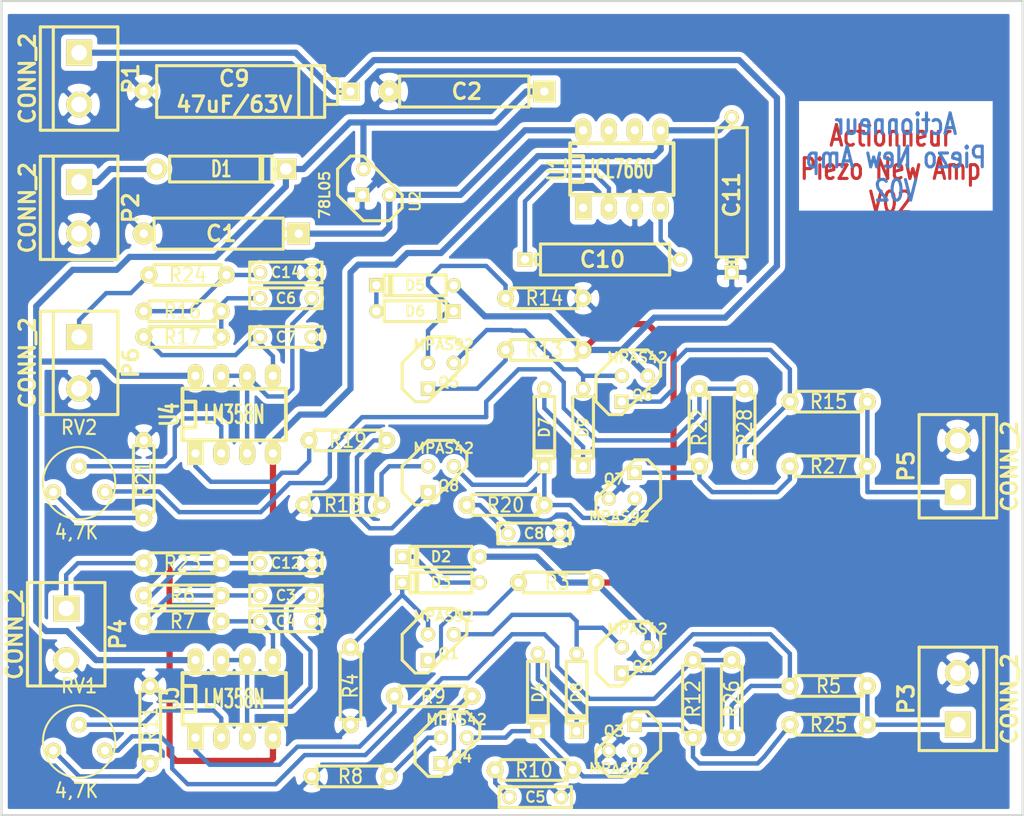
<source format=kicad_pcb>
(kicad_pcb (version 3) (host pcbnew "(2014-01-22 BZR 4630)-product")
  (title_block (title Actionneur_piezo))
  (layers (15 Composant power) (0 Cuivre signal) (18 B.Paste user) (19 F.Paste user) (20 B.SilkS user) (21 F.SilkS user) (22 B.Mask user) (23 F.Mask user) (28 Edge.Cuts user))
  (net 0 "")
  (net 1 +12V)
  (net 2 -VAA)
  (net 3 /12Vext)
  (net 4 /ampli_ht_horizontal/PIEZO_IN)
  (net 5 /ampli_ht_horizontal/PIEZO_OUT)
  (net 6 /ampli_ht_horizontal/S_OUT+)
  (net 7 /ampli_ht_horizontal/Vpil_0_3,3V)
  (net 8 /ampli_ht_vertical/PIEZO_IN)
  (net 9 /ampli_ht_vertical/PIEZO_OUT)
  (net 10 /ampli_ht_vertical/S_OUT+)
  (net 11 /ampli_ht_vertical/Vpil_0_3,3V)
  (net 12 GND)
  (net 13 HT)
  (net 14 "Net-(C10-Pad1)")
  (net 15 "Net-(C10-Pad2)")
  (net 16 "Net-(C12-Pad1)")
  (net 17 "Net-(C14-Pad1)")
  (net 18 "Net-(C3-Pad2)")
  (net 19 "Net-(C4-Pad1)")
  (net 20 "Net-(C5-Pad1)")
  (net 21 "Net-(C6-Pad2)")
  (net 22 "Net-(C7-Pad1)")
  (net 23 "Net-(C8-Pad1)")
  (net 24 "Net-(D2-Pad2)")
  (net 25 "Net-(D3-Pad2)")
  (net 26 "Net-(D4-Pad1)")
  (net 27 "Net-(D4-Pad2)")
  (net 28 "Net-(D5-Pad2)")
  (net 29 "Net-(D6-Pad2)")
  (net 30 "Net-(D7-Pad1)")
  (net 31 "Net-(D7-Pad2)")
  (net 32 "Net-(D8-Pad1)")
  (net 33 "Net-(D9-Pad1)")
  (net 34 "Net-(Q1-PadE)")
  (net 35 "Net-(Q2-PadE)")
  (net 36 "Net-(Q3-PadE)")
  (net 37 "Net-(Q4-PadB)")
  (net 38 "Net-(Q4-PadE)")
  (net 39 "Net-(Q5-PadE)")
  (net 40 "Net-(Q6-PadE)")
  (net 41 "Net-(Q7-PadE)")
  (net 42 "Net-(Q8-PadB)")
  (net 43 "Net-(Q8-PadE)")
  (net 44 "Net-(R11-Pad1)")
  (net 45 "Net-(R19-Pad2)")
  (net 46 "Net-(R21-Pad1)")
  (net 47 "Net-(R9-Pad2)")
  (net 48 "Net-(RV1-Pad2)")
  (net 49 "Net-(RV2-Pad2)")
  (net 50 VCC)
  (module bornier2 (layer Composant) (at 95.885 59.436 270)
    (fp_text reference P1 (at 0 -5.08 270) (layer F.SilkS) (effects (font (thickness 0.3048))))
    (fp_text value CONN_2 (at 0 5.08 270) (layer F.SilkS) (effects (font (thickness 0.3048))))
    (pad 1 thru_hole rect (at -2.54 0 270) (size 2.54 2.54) (drill 1.524) (layers *.Cu *.Mask F.SilkS) (net 13 HT))
    (pad 2 thru_hole circle (at 2.54 0 270) (size 2.54 2.54) (drill 1.524) (layers *.Cu *.Mask F.SilkS) (net 12 GND))
  )
  (module bornier2 (layer Composant) (at 182.245 120.396 90)
    (fp_text reference P3 (at 0 -5.08 90) (layer F.SilkS) (effects (font (thickness 0.3048))))
    (fp_text value CONN_2 (at 0 5.08 90) (layer F.SilkS) (effects (font (thickness 0.3048))))
    (pad 1 thru_hole rect (at -2.54 0 90) (size 2.54 2.54) (drill 1.524) (layers *.Cu *.Mask F.SilkS) (net 9 /ampli_ht_vertical/PIEZO_OUT))
    (pad 2 thru_hole circle (at 2.54 0 90) (size 2.54 2.54) (drill 1.524) (layers *.Cu *.Mask F.SilkS) (net 12 GND))
  )
  (module CP6 (layer Composant) (at 133.985 60.706 180)
    (fp_text reference C2 (at 0 0 180) (layer F.SilkS) (effects (font (thickness 0.3048))))
    (fp_text value 47uF/20V hide)
    (pad 1 thru_hole rect (at -7.62 0 180) (size 2.159 2.159) (drill 0.8128) (layers *.Cu *.Mask F.SilkS) (net 1 +12V))
    (pad 2 thru_hole circle (at 7.62 0 180) (size 2.159 2.159) (drill 0.8128) (layers *.Cu *.Mask F.SilkS) (net 12 GND))
  )
  (module CP6 (layer Composant) (at 109.855 74.676 180)
    (fp_text reference C1 (at 0 0 180) (layer F.SilkS) (effects (font (thickness 0.3048))))
    (fp_text value 47uF hide)
    (pad 1 thru_hole rect (at -7.62 0 180) (size 2.159 2.159) (drill 0.8128) (layers *.Cu *.Mask F.SilkS) (net 50 VCC))
    (pad 2 thru_hole circle (at 7.62 0 180) (size 2.159 2.159) (drill 0.8128) (layers *.Cu *.Mask F.SilkS) (net 12 GND))
  )
  (module D5 (layer Composant) (at 109.855 68.326)
    (fp_text reference D1 (at 0 0) (layer F.SilkS) (effects (font (size 1.524 1.016) (thickness 0.254))))
    (fp_text value 1N4007 hide)
    (pad 1 thru_hole circle (at -6.35 0) (size 2.032 2.032) (drill 1.143) (layers *.Cu *.Mask F.SilkS) (net 3 /12Vext))
    (pad 2 thru_hole rect (at 6.35 0) (size 2.032 2.032) (drill 1.143) (layers *.Cu *.Mask F.SilkS) (net 1 +12V))
  )
  (module TO92-CBE (layer Composant) (at 149.225 124.206 180)
    (fp_text reference Q3 (at 0.762 0.635 180) (layer F.SilkS) (effects (font (size 1.016 1.016) (thickness 0.2032))))
    (fp_text value MPAS92 (at 0.254 -3.048 180) (layer F.SilkS) (effects (font (size 1.016 1.016) (thickness 0.2032))))
    (pad E thru_hole rect (at -1.27 1.27 180) (size 1.397 1.397) (drill 0.8128) (layers *.Cu *.Mask F.SilkS) (net 36 "Net-(Q3-PadE)"))
    (pad B thru_hole circle (at -1.27 -1.27 180) (size 1.397 1.397) (drill 0.8128) (layers *.Cu *.Mask F.SilkS) (net 27 "Net-(D4-Pad2)"))
    (pad C thru_hole circle (at 1.27 -1.27 180) (size 1.397 1.397) (drill 0.8128) (layers *.Cu *.Mask F.SilkS) (net 12 GND))
  )
  (module TO92-CBE (layer Composant) (at 131.445 88.646)
    (fp_text reference Q5 (at 0.762 0.635) (layer F.SilkS) (effects (font (size 1.016 1.016) (thickness 0.2032))))
    (fp_text value MPAS92 (at 0.254 -3.048) (layer F.SilkS) (effects (font (size 1.016 1.016) (thickness 0.2032))))
    (pad E thru_hole rect (at -1.27 1.27) (size 1.397 1.397) (drill 0.8128) (layers *.Cu *.Mask F.SilkS) (net 39 "Net-(Q5-PadE)"))
    (pad B thru_hole circle (at -1.27 -1.27) (size 1.397 1.397) (drill 0.8128) (layers *.Cu *.Mask F.SilkS) (net 29 "Net-(D6-Pad2)"))
    (pad C thru_hole circle (at 1.27 -1.27) (size 1.397 1.397) (drill 0.8128) (layers *.Cu *.Mask F.SilkS) (net 33 "Net-(D9-Pad1)"))
  )
  (module TO92-CBE (layer Composant) (at 149.225 99.441 180)
    (fp_text reference Q7 (at 0.762 0.635 180) (layer F.SilkS) (effects (font (size 1.016 1.016) (thickness 0.2032))))
    (fp_text value MPAS92 (at 0.254 -3.048 180) (layer F.SilkS) (effects (font (size 1.016 1.016) (thickness 0.2032))))
    (pad E thru_hole rect (at -1.27 1.27 180) (size 1.397 1.397) (drill 0.8128) (layers *.Cu *.Mask F.SilkS) (net 41 "Net-(Q7-PadE)"))
    (pad B thru_hole circle (at -1.27 -1.27 180) (size 1.397 1.397) (drill 0.8128) (layers *.Cu *.Mask F.SilkS) (net 31 "Net-(D7-Pad2)"))
    (pad C thru_hole circle (at 1.27 -1.27 180) (size 1.397 1.397) (drill 0.8128) (layers *.Cu *.Mask F.SilkS) (net 12 GND))
  )
  (module TO92-CBE (layer Composant) (at 150.495 89.916)
    (fp_text reference Q6 (at 0.762 0.635) (layer F.SilkS) (effects (font (size 1.016 1.016) (thickness 0.2032))))
    (fp_text value MPAS42 (at 0.254 -3.048) (layer F.SilkS) (effects (font (size 1.016 1.016) (thickness 0.2032))))
    (pad E thru_hole rect (at -1.27 1.27) (size 1.397 1.397) (drill 0.8128) (layers *.Cu *.Mask F.SilkS) (net 40 "Net-(Q6-PadE)"))
    (pad B thru_hole circle (at -1.27 -1.27) (size 1.397 1.397) (drill 0.8128) (layers *.Cu *.Mask F.SilkS) (net 33 "Net-(D9-Pad1)"))
    (pad C thru_hole circle (at 1.27 -1.27) (size 1.397 1.397) (drill 0.8128) (layers *.Cu *.Mask F.SilkS) (net 13 HT))
  )
  (module TO92-CBE (layer Composant) (at 131.445 115.316)
    (fp_text reference Q1 (at 0.762 0.635) (layer F.SilkS) (effects (font (size 1.016 1.016) (thickness 0.2032))))
    (fp_text value MPAS92 (at 0.254 -3.048) (layer F.SilkS) (effects (font (size 1.016 1.016) (thickness 0.2032))))
    (pad E thru_hole rect (at -1.27 1.27) (size 1.397 1.397) (drill 0.8128) (layers *.Cu *.Mask F.SilkS) (net 34 "Net-(Q1-PadE)"))
    (pad B thru_hole circle (at -1.27 -1.27) (size 1.397 1.397) (drill 0.8128) (layers *.Cu *.Mask F.SilkS) (net 25 "Net-(D3-Pad2)"))
    (pad C thru_hole circle (at 1.27 -1.27) (size 1.397 1.397) (drill 0.8128) (layers *.Cu *.Mask F.SilkS) (net 32 "Net-(D8-Pad1)"))
  )
  (module TO92-CBE (layer Composant) (at 150.495 116.586)
    (fp_text reference Q2 (at 0.762 0.635) (layer F.SilkS) (effects (font (size 1.016 1.016) (thickness 0.2032))))
    (fp_text value MPAS42 (at 0.254 -3.048) (layer F.SilkS) (effects (font (size 1.016 1.016) (thickness 0.2032))))
    (pad E thru_hole rect (at -1.27 1.27) (size 1.397 1.397) (drill 0.8128) (layers *.Cu *.Mask F.SilkS) (net 35 "Net-(Q2-PadE)"))
    (pad B thru_hole circle (at -1.27 -1.27) (size 1.397 1.397) (drill 0.8128) (layers *.Cu *.Mask F.SilkS) (net 32 "Net-(D8-Pad1)"))
    (pad C thru_hole circle (at 1.27 -1.27) (size 1.397 1.397) (drill 0.8128) (layers *.Cu *.Mask F.SilkS) (net 13 HT))
  )
  (module TO92-CBE (layer Composant) (at 132.715 125.476)
    (fp_text reference Q4 (at 0.762 0.635) (layer F.SilkS) (effects (font (size 1.016 1.016) (thickness 0.2032))))
    (fp_text value MPAS42 (at 0.254 -3.048) (layer F.SilkS) (effects (font (size 1.016 1.016) (thickness 0.2032))))
    (pad E thru_hole rect (at -1.27 1.27) (size 1.397 1.397) (drill 0.8128) (layers *.Cu *.Mask F.SilkS) (net 38 "Net-(Q4-PadE)"))
    (pad B thru_hole circle (at -1.27 -1.27) (size 1.397 1.397) (drill 0.8128) (layers *.Cu *.Mask F.SilkS) (net 37 "Net-(Q4-PadB)"))
    (pad C thru_hole circle (at 1.27 -1.27) (size 1.397 1.397) (drill 0.8128) (layers *.Cu *.Mask F.SilkS) (net 27 "Net-(D4-Pad2)"))
  )
  (module TO92-CBE (layer Composant) (at 131.445 98.806)
    (fp_text reference Q8 (at 0.762 0.635) (layer F.SilkS) (effects (font (size 1.016 1.016) (thickness 0.2032))))
    (fp_text value MPAS42 (at 0.254 -3.048) (layer F.SilkS) (effects (font (size 1.016 1.016) (thickness 0.2032))))
    (pad E thru_hole rect (at -1.27 1.27) (size 1.397 1.397) (drill 0.8128) (layers *.Cu *.Mask F.SilkS) (net 43 "Net-(Q8-PadE)"))
    (pad B thru_hole circle (at -1.27 -1.27) (size 1.397 1.397) (drill 0.8128) (layers *.Cu *.Mask F.SilkS) (net 42 "Net-(Q8-PadB)"))
    (pad C thru_hole circle (at 1.27 -1.27) (size 1.397 1.397) (drill 0.8128) (layers *.Cu *.Mask F.SilkS) (net 31 "Net-(D7-Pad2)"))
  )
  (module bornier2 (layer Composant) (at 95.885 72.136 270)
    (fp_text reference P2 (at 0 -5.08 270) (layer F.SilkS) (effects (font (thickness 0.3048))))
    (fp_text value CONN_2 (at 0 5.08 270) (layer F.SilkS) (effects (font (thickness 0.3048))))
    (pad 1 thru_hole rect (at -2.54 0 270) (size 2.54 2.54) (drill 1.524) (layers *.Cu *.Mask F.SilkS) (net 3 /12Vext))
    (pad 2 thru_hole circle (at 2.54 0 270) (size 2.54 2.54) (drill 1.524) (layers *.Cu *.Mask F.SilkS) (net 12 GND))
  )
  (module DIP-8__300_ELL (layer Composant) (at 149.225 68.326)
    (fp_text reference U1 (at -6.35 0 90) (layer F.SilkS) (effects (font (size 1.778 1.143) (thickness 0.28702))))
    (fp_text value ICL7660 (at 0 0) (layer F.SilkS) (effects (font (size 1.778 1.016) (thickness 0.254))))
    (pad 1 thru_hole rect (at -3.81 3.81) (size 1.5748 2.286) (drill 0.8128) (layers *.Cu *.Mask F.SilkS))
    (pad 2 thru_hole oval (at -1.27 3.81) (size 1.5748 2.286) (drill 0.8128) (layers *.Cu *.Mask F.SilkS) (net 14 "Net-(C10-Pad1)"))
    (pad 3 thru_hole oval (at 1.27 3.81) (size 1.5748 2.286) (drill 0.8128) (layers *.Cu *.Mask F.SilkS) (net 12 GND))
    (pad 4 thru_hole oval (at 3.81 3.81) (size 1.5748 2.286) (drill 0.8128) (layers *.Cu *.Mask F.SilkS) (net 15 "Net-(C10-Pad2)"))
    (pad 5 thru_hole oval (at 3.81 -3.81) (size 1.5748 2.286) (drill 0.8128) (layers *.Cu *.Mask F.SilkS) (net 2 -VAA))
    (pad 6 thru_hole oval (at 1.27 -3.81) (size 1.5748 2.286) (drill 0.8128) (layers *.Cu *.Mask F.SilkS))
    (pad 7 thru_hole oval (at -1.27 -3.81) (size 1.5748 2.286) (drill 0.8128) (layers *.Cu *.Mask F.SilkS))
    (pad 8 thru_hole oval (at -3.81 -3.81) (size 1.5748 2.286) (drill 0.8128) (layers *.Cu *.Mask F.SilkS) (net 50 VCC))
  )
  (module DIP-8__300_ELL (layer Composant) (at 111.125 92.456)
    (fp_text reference U4 (at -6.35 0 90) (layer F.SilkS) (effects (font (size 1.778 1.143) (thickness 0.28702))))
    (fp_text value LM358N (at 0 0) (layer F.SilkS) (effects (font (size 1.778 1.016) (thickness 0.254))))
    (pad 1 thru_hole rect (at -3.81 3.81) (size 1.5748 2.286) (drill 0.8128) (layers *.Cu *.Mask F.SilkS) (net 45 "Net-(R19-Pad2)"))
    (pad 2 thru_hole oval (at -1.27 3.81) (size 1.5748 2.286) (drill 0.8128) (layers *.Cu *.Mask F.SilkS) (net 49 "Net-(RV2-Pad2)"))
    (pad 3 thru_hole oval (at 1.27 3.81) (size 1.5748 2.286) (drill 0.8128) (layers *.Cu *.Mask F.SilkS) (net 7 /ampli_ht_horizontal/Vpil_0_3,3V))
    (pad 4 thru_hole oval (at 3.81 3.81) (size 1.5748 2.286) (drill 0.8128) (layers *.Cu *.Mask F.SilkS) (net 2 -VAA))
    (pad 5 thru_hole oval (at 3.81 -3.81) (size 1.5748 2.286) (drill 0.8128) (layers *.Cu *.Mask F.SilkS) (net 22 "Net-(C7-Pad1)"))
    (pad 6 thru_hole oval (at 1.27 -3.81) (size 1.5748 2.286) (drill 0.8128) (layers *.Cu *.Mask F.SilkS) (net 7 /ampli_ht_horizontal/Vpil_0_3,3V))
    (pad 7 thru_hole oval (at -1.27 -3.81) (size 1.5748 2.286) (drill 0.8128) (layers *.Cu *.Mask F.SilkS) (net 7 /ampli_ht_horizontal/Vpil_0_3,3V))
    (pad 8 thru_hole oval (at -3.81 -3.81) (size 1.5748 2.286) (drill 0.8128) (layers *.Cu *.Mask F.SilkS) (net 1 +12V))
  )
  (module bornier2 (layer Composant) (at 94.615 114.046 270)
    (fp_text reference P4 (at 0 -5.08 270) (layer F.SilkS) (effects (font (thickness 0.3048))))
    (fp_text value CONN_2 (at 0 5.08 270) (layer F.SilkS) (effects (font (thickness 0.3048))))
    (pad 1 thru_hole rect (at -2.54 0 270) (size 2.54 2.54) (drill 1.524) (layers *.Cu *.Mask F.SilkS) (net 8 /ampli_ht_vertical/PIEZO_IN))
    (pad 2 thru_hole circle (at 2.54 0 270) (size 2.54 2.54) (drill 1.524) (layers *.Cu *.Mask F.SilkS) (net 12 GND))
  )
  (module bornier2 (layer Composant) (at 182.245 97.536 90)
    (fp_text reference P5 (at 0 -5.08 90) (layer F.SilkS) (effects (font (thickness 0.3048))))
    (fp_text value CONN_2 (at 0 5.08 90) (layer F.SilkS) (effects (font (thickness 0.3048))))
    (pad 1 thru_hole rect (at -2.54 0 90) (size 2.54 2.54) (drill 1.524) (layers *.Cu *.Mask F.SilkS) (net 5 /ampli_ht_horizontal/PIEZO_OUT))
    (pad 2 thru_hole circle (at 2.54 0 90) (size 2.54 2.54) (drill 1.524) (layers *.Cu *.Mask F.SilkS) (net 12 GND))
  )
  (module bornier2 (layer Composant) (at 95.885 87.376 270)
    (fp_text reference P6 (at 0 -5.08 270) (layer F.SilkS) (effects (font (thickness 0.3048))))
    (fp_text value CONN_2 (at 0 5.08 270) (layer F.SilkS) (effects (font (thickness 0.3048))))
    (pad 1 thru_hole rect (at -2.54 0 270) (size 2.54 2.54) (drill 1.524) (layers *.Cu *.Mask F.SilkS) (net 4 /ampli_ht_horizontal/PIEZO_IN))
    (pad 2 thru_hole circle (at 2.54 0 270) (size 2.54 2.54) (drill 1.524) (layers *.Cu *.Mask F.SilkS) (net 12 GND))
  )
  (module DIP-8__300_ELL (layer Composant) (at 111.125 120.396)
    (fp_text reference U3 (at -6.35 0 90) (layer F.SilkS) (effects (font (size 1.778 1.143) (thickness 0.28702))))
    (fp_text value LM358N (at 0 0) (layer F.SilkS) (effects (font (size 1.778 1.016) (thickness 0.254))))
    (pad 1 thru_hole rect (at -3.81 3.81) (size 1.5748 2.286) (drill 0.8128) (layers *.Cu *.Mask F.SilkS) (net 47 "Net-(R9-Pad2)"))
    (pad 2 thru_hole oval (at -1.27 3.81) (size 1.5748 2.286) (drill 0.8128) (layers *.Cu *.Mask F.SilkS) (net 48 "Net-(RV1-Pad2)"))
    (pad 3 thru_hole oval (at 1.27 3.81) (size 1.5748 2.286) (drill 0.8128) (layers *.Cu *.Mask F.SilkS) (net 11 /ampli_ht_vertical/Vpil_0_3,3V))
    (pad 4 thru_hole oval (at 3.81 3.81) (size 1.5748 2.286) (drill 0.8128) (layers *.Cu *.Mask F.SilkS) (net 2 -VAA))
    (pad 5 thru_hole oval (at 3.81 -3.81) (size 1.5748 2.286) (drill 0.8128) (layers *.Cu *.Mask F.SilkS) (net 19 "Net-(C4-Pad1)"))
    (pad 6 thru_hole oval (at 1.27 -3.81) (size 1.5748 2.286) (drill 0.8128) (layers *.Cu *.Mask F.SilkS) (net 11 /ampli_ht_vertical/Vpil_0_3,3V))
    (pad 7 thru_hole oval (at -1.27 -3.81) (size 1.5748 2.286) (drill 0.8128) (layers *.Cu *.Mask F.SilkS) (net 11 /ampli_ht_vertical/Vpil_0_3,3V))
    (pad 8 thru_hole oval (at -3.81 -3.81) (size 1.5748 2.286) (drill 0.8128) (layers *.Cu *.Mask F.SilkS) (net 1 +12V))
  )
  (module R3-LARGE_PADS (layer Composant) (at 130.683 120.142 180)
    (fp_text reference R9 (at 0 0 180) (layer F.SilkS) (effects (font (size 1.397 1.27) (thickness 0.2032))))
    (fp_text value 1K hide)
    (pad 1 thru_hole circle (at -3.81 0 180) (size 1.651 1.651) (drill 0.8128) (layers *.Cu *.Mask F.SilkS) (net 38 "Net-(Q4-PadE)"))
    (pad 2 thru_hole circle (at 3.81 0 180) (size 1.651 1.651) (drill 0.8128) (layers *.Cu *.Mask F.SilkS) (net 47 "Net-(R9-Pad2)"))
  )
  (module R3-LARGE_PADS (layer Composant) (at 169.545 91.186 180)
    (fp_text reference R15 (at 0 0 180) (layer F.SilkS) (effects (font (size 1.397 1.27) (thickness 0.2032))))
    (fp_text value 47 hide)
    (pad 1 thru_hole circle (at -3.81 0 180) (size 1.651 1.651) (drill 0.8128) (layers *.Cu *.Mask F.SilkS) (net 5 /ampli_ht_horizontal/PIEZO_OUT))
    (pad 2 thru_hole circle (at 3.81 0 180) (size 1.651 1.651) (drill 0.8128) (layers *.Cu *.Mask F.SilkS) (net 40 "Net-(Q6-PadE)"))
  )
  (module RV2 (layer Composant) (at 95.885 124.206)
    (fp_text reference RV1 (at 0 -5.08) (layer F.SilkS) (effects (font (size 1.397 1.27) (thickness 0.2032))))
    (fp_text value 4,7K (at -0.254 5.207) (layer F.SilkS) (effects (font (size 1.397 1.27) (thickness 0.2032))))
    (pad 1 thru_hole circle (at -2.54 1.27) (size 1.524 1.524) (drill 0.8128) (layers *.Cu *.Mask F.SilkS) (net 44 "Net-(R11-Pad1)"))
    (pad 2 thru_hole circle (at 0 -1.27) (size 1.524 1.524) (drill 0.8128) (layers *.Cu *.Mask F.SilkS) (net 48 "Net-(RV1-Pad2)"))
    (pad 3 thru_hole circle (at 2.54 1.27) (size 1.524 1.524) (drill 0.8128) (layers *.Cu *.Mask F.SilkS) (net 10 /ampli_ht_vertical/S_OUT+))
  )
  (module RV2 (layer Composant) (at 95.885 98.806)
    (fp_text reference RV2 (at 0 -5.08) (layer F.SilkS) (effects (font (size 1.397 1.27) (thickness 0.2032))))
    (fp_text value 4,7K (at -0.254 5.207) (layer F.SilkS) (effects (font (size 1.397 1.27) (thickness 0.2032))))
    (pad 1 thru_hole circle (at -2.54 1.27) (size 1.524 1.524) (drill 0.8128) (layers *.Cu *.Mask F.SilkS) (net 46 "Net-(R21-Pad1)"))
    (pad 2 thru_hole circle (at 0 -1.27) (size 1.524 1.524) (drill 0.8128) (layers *.Cu *.Mask F.SilkS) (net 49 "Net-(RV2-Pad2)"))
    (pad 3 thru_hole circle (at 2.54 1.27) (size 1.524 1.524) (drill 0.8128) (layers *.Cu *.Mask F.SilkS) (net 6 /ampli_ht_horizontal/S_OUT+))
  )
  (module C2 (layer Composant) (at 116.205 110.236 180)
    (fp_text reference C3 (at 0 0 180) (layer F.SilkS) (effects (font (size 1.016 1.016) (thickness 0.2032))))
    (fp_text value 15nF hide)
    (pad 1 thru_hole circle (at -2.54 0 180) (size 1.397 1.397) (drill 0.8128) (layers *.Cu *.Mask F.SilkS) (net 11 /ampli_ht_vertical/Vpil_0_3,3V))
    (pad 2 thru_hole circle (at 2.54 0 180) (size 1.397 1.397) (drill 0.8128) (layers *.Cu *.Mask F.SilkS) (net 18 "Net-(C3-Pad2)"))
  )
  (module C2 (layer Composant) (at 116.205 112.776)
    (fp_text reference C4 (at 0 0) (layer F.SilkS) (effects (font (size 1.016 1.016) (thickness 0.2032))))
    (fp_text value 4,7nF hide)
    (pad 1 thru_hole circle (at -2.54 0) (size 1.397 1.397) (drill 0.8128) (layers *.Cu *.Mask F.SilkS) (net 19 "Net-(C4-Pad1)"))
    (pad 2 thru_hole circle (at 2.54 0) (size 1.397 1.397) (drill 0.8128) (layers *.Cu *.Mask F.SilkS) (net 12 GND))
  )
  (module C2 (layer Composant) (at 140.716 130.048)
    (fp_text reference C5 (at 0 0) (layer F.SilkS) (effects (font (size 1.016 1.016) (thickness 0.2032))))
    (fp_text value 820pF hide)
    (pad 1 thru_hole circle (at -2.54 0) (size 1.397 1.397) (drill 0.8128) (layers *.Cu *.Mask F.SilkS) (net 20 "Net-(C5-Pad1)"))
    (pad 2 thru_hole circle (at 2.54 0) (size 1.397 1.397) (drill 0.8128) (layers *.Cu *.Mask F.SilkS) (net 12 GND))
  )
  (module C2 (layer Composant) (at 116.205 81.026 180)
    (fp_text reference C6 (at 0 0 180) (layer F.SilkS) (effects (font (size 1.016 1.016) (thickness 0.2032))))
    (fp_text value 15nF hide)
    (pad 1 thru_hole circle (at -2.54 0 180) (size 1.397 1.397) (drill 0.8128) (layers *.Cu *.Mask F.SilkS) (net 7 /ampli_ht_horizontal/Vpil_0_3,3V))
    (pad 2 thru_hole circle (at 2.54 0 180) (size 1.397 1.397) (drill 0.8128) (layers *.Cu *.Mask F.SilkS) (net 21 "Net-(C6-Pad2)"))
  )
  (module C2 (layer Composant) (at 116.205 84.836)
    (fp_text reference C7 (at 0 0) (layer F.SilkS) (effects (font (size 1.016 1.016) (thickness 0.2032))))
    (fp_text value 4,7nF hide)
    (pad 1 thru_hole circle (at -2.54 0) (size 1.397 1.397) (drill 0.8128) (layers *.Cu *.Mask F.SilkS) (net 22 "Net-(C7-Pad1)"))
    (pad 2 thru_hole circle (at 2.54 0) (size 1.397 1.397) (drill 0.8128) (layers *.Cu *.Mask F.SilkS) (net 12 GND))
  )
  (module C2 (layer Composant) (at 140.589 104.14)
    (fp_text reference C8 (at 0 0) (layer F.SilkS) (effects (font (size 1.016 1.016) (thickness 0.2032))))
    (fp_text value 820pF hide)
    (pad 1 thru_hole circle (at -2.54 0) (size 1.397 1.397) (drill 0.8128) (layers *.Cu *.Mask F.SilkS) (net 23 "Net-(C8-Pad1)"))
    (pad 2 thru_hole circle (at 2.54 0) (size 1.397 1.397) (drill 0.8128) (layers *.Cu *.Mask F.SilkS) (net 12 GND))
  )
  (module CP8 (layer Composant) (at 112.395 60.706 180)
    (fp_text reference C9 (at 1.27 1.27 180) (layer F.SilkS) (effects (font (thickness 0.3048))))
    (fp_text value 47uF/63V (at 1.27 -1.27 180) (layer F.SilkS) (effects (font (thickness 0.3048))))
    (pad 1 thru_hole rect (at -10.16 0 180) (size 1.778 1.778) (drill 0.8128) (layers *.Cu *.Mask F.SilkS) (net 13 HT))
    (pad 2 thru_hole circle (at 10.16 0 180) (size 1.778 1.778) (drill 0.8128) (layers *.Cu *.Mask F.SilkS) (net 12 GND))
  )
  (module D3 (layer Composant) (at 131.445 106.426 180)
    (fp_text reference D2 (at 0 0 180) (layer F.SilkS) (effects (font (size 1.016 1.016) (thickness 0.2032))))
    (fp_text value 1N4148 hide)
    (pad 2 thru_hole rect (at 3.81 0 180) (size 1.397 1.397) (drill 0.8128) (layers *.Cu *.Mask F.SilkS) (net 24 "Net-(D2-Pad2)"))
    (pad 1 thru_hole circle (at -3.81 0 180) (size 1.397 1.397) (drill 0.8128) (layers *.Cu *.Mask F.SilkS) (net 13 HT))
  )
  (module D3 (layer Composant) (at 131.445 108.966 180)
    (fp_text reference D3 (at 0 0 180) (layer F.SilkS) (effects (font (size 1.016 1.016) (thickness 0.2032))))
    (fp_text value 1N4148 hide)
    (pad 2 thru_hole rect (at 3.81 0 180) (size 1.397 1.397) (drill 0.8128) (layers *.Cu *.Mask F.SilkS) (net 25 "Net-(D3-Pad2)"))
    (pad 1 thru_hole circle (at -3.81 0 180) (size 1.397 1.397) (drill 0.8128) (layers *.Cu *.Mask F.SilkS) (net 24 "Net-(D2-Pad2)"))
  )
  (module D3 (layer Composant) (at 140.97 119.761 270)
    (fp_text reference D4 (at 0 0 270) (layer F.SilkS) (effects (font (size 1.016 1.016) (thickness 0.2032))))
    (fp_text value 1N4148 hide)
    (pad 2 thru_hole rect (at 3.81 0 270) (size 1.397 1.397) (drill 0.8128) (layers *.Cu *.Mask F.SilkS) (net 27 "Net-(D4-Pad2)"))
    (pad 1 thru_hole circle (at -3.81 0 270) (size 1.397 1.397) (drill 0.8128) (layers *.Cu *.Mask F.SilkS) (net 26 "Net-(D4-Pad1)"))
  )
  (module D3 (layer Composant) (at 128.905 79.756 180)
    (fp_text reference D5 (at 0 0 180) (layer F.SilkS) (effects (font (size 1.016 1.016) (thickness 0.2032))))
    (fp_text value 1N4148 hide)
    (pad 2 thru_hole rect (at 3.81 0 180) (size 1.397 1.397) (drill 0.8128) (layers *.Cu *.Mask F.SilkS) (net 28 "Net-(D5-Pad2)"))
    (pad 1 thru_hole circle (at -3.81 0 180) (size 1.397 1.397) (drill 0.8128) (layers *.Cu *.Mask F.SilkS) (net 13 HT))
  )
  (module D3 (layer Composant) (at 128.905 82.296)
    (fp_text reference D6 (at 0 0) (layer F.SilkS) (effects (font (size 1.016 1.016) (thickness 0.2032))))
    (fp_text value 1N4148 hide)
    (pad 2 thru_hole rect (at 3.81 0) (size 1.397 1.397) (drill 0.8128) (layers *.Cu *.Mask F.SilkS) (net 29 "Net-(D6-Pad2)"))
    (pad 1 thru_hole circle (at -3.81 0) (size 1.397 1.397) (drill 0.8128) (layers *.Cu *.Mask F.SilkS) (net 28 "Net-(D5-Pad2)"))
  )
  (module D3 (layer Composant) (at 141.605 93.726 270)
    (fp_text reference D7 (at 0 0 270) (layer F.SilkS) (effects (font (size 1.016 1.016) (thickness 0.2032))))
    (fp_text value 1N4148 hide)
    (pad 2 thru_hole rect (at 3.81 0 270) (size 1.397 1.397) (drill 0.8128) (layers *.Cu *.Mask F.SilkS) (net 31 "Net-(D7-Pad2)"))
    (pad 1 thru_hole circle (at -3.81 0 270) (size 1.397 1.397) (drill 0.8128) (layers *.Cu *.Mask F.SilkS) (net 30 "Net-(D7-Pad1)"))
  )
  (module R3-LARGE_PADS (layer Composant) (at 142.875 108.966 180)
    (fp_text reference R3 (at 0 0 180) (layer F.SilkS) (effects (font (size 1.397 1.27) (thickness 0.2032))))
    (fp_text value 470 hide)
    (pad 1 thru_hole circle (at -3.81 0 180) (size 1.651 1.651) (drill 0.8128) (layers *.Cu *.Mask F.SilkS) (net 13 HT))
    (pad 2 thru_hole circle (at 3.81 0 180) (size 1.651 1.651) (drill 0.8128) (layers *.Cu *.Mask F.SilkS) (net 34 "Net-(Q1-PadE)"))
  )
  (module R3-LARGE_PADS (layer Composant) (at 122.555 119.126 270)
    (fp_text reference R4 (at 0 0 270) (layer F.SilkS) (effects (font (size 1.397 1.27) (thickness 0.2032))))
    (fp_text value 220K hide)
    (pad 1 thru_hole circle (at -3.81 0 270) (size 1.651 1.651) (drill 0.8128) (layers *.Cu *.Mask F.SilkS) (net 25 "Net-(D3-Pad2)"))
    (pad 2 thru_hole circle (at 3.81 0 270) (size 1.651 1.651) (drill 0.8128) (layers *.Cu *.Mask F.SilkS) (net 12 GND))
  )
  (module R3-LARGE_PADS (layer Composant) (at 169.545 119.126 180)
    (fp_text reference R5 (at 0 0 180) (layer F.SilkS) (effects (font (size 1.397 1.27) (thickness 0.2032))))
    (fp_text value 47 hide)
    (pad 1 thru_hole circle (at -3.81 0 180) (size 1.651 1.651) (drill 0.8128) (layers *.Cu *.Mask F.SilkS) (net 9 /ampli_ht_vertical/PIEZO_OUT))
    (pad 2 thru_hole circle (at 3.81 0 180) (size 1.651 1.651) (drill 0.8128) (layers *.Cu *.Mask F.SilkS) (net 35 "Net-(Q2-PadE)"))
  )
  (module R3-LARGE_PADS (layer Composant) (at 106.045 110.236 180)
    (fp_text reference R6 (at 0 0 180) (layer F.SilkS) (effects (font (size 1.397 1.27) (thickness 0.2032))))
    (fp_text value 22K hide)
    (pad 1 thru_hole circle (at -3.81 0 180) (size 1.651 1.651) (drill 0.8128) (layers *.Cu *.Mask F.SilkS) (net 18 "Net-(C3-Pad2)"))
    (pad 2 thru_hole circle (at 3.81 0 180) (size 1.651 1.651) (drill 0.8128) (layers *.Cu *.Mask F.SilkS) (net 16 "Net-(C12-Pad1)"))
  )
  (module R3-LARGE_PADS (layer Composant) (at 106.045 112.776 180)
    (fp_text reference R7 (at 0 0 180) (layer F.SilkS) (effects (font (size 1.397 1.27) (thickness 0.2032))))
    (fp_text value 22K hide)
    (pad 1 thru_hole circle (at -3.81 0 180) (size 1.651 1.651) (drill 0.8128) (layers *.Cu *.Mask F.SilkS) (net 19 "Net-(C4-Pad1)"))
    (pad 2 thru_hole circle (at 3.81 0 180) (size 1.651 1.651) (drill 0.8128) (layers *.Cu *.Mask F.SilkS) (net 18 "Net-(C3-Pad2)"))
  )
  (module R3-LARGE_PADS (layer Composant) (at 122.555 128.016 180)
    (fp_text reference R8 (at 0 0 180) (layer F.SilkS) (effects (font (size 1.397 1.27) (thickness 0.2032))))
    (fp_text value 1K hide)
    (pad 1 thru_hole circle (at -3.81 0 180) (size 1.651 1.651) (drill 0.8128) (layers *.Cu *.Mask F.SilkS) (net 37 "Net-(Q4-PadB)"))
    (pad 2 thru_hole circle (at 3.81 0 180) (size 1.651 1.651) (drill 0.8128) (layers *.Cu *.Mask F.SilkS) (net 12 GND))
  )
  (module R3-LARGE_PADS (layer Composant) (at 140.589 127.381 180)
    (fp_text reference R10 (at 0 0 180) (layer F.SilkS) (effects (font (size 1.397 1.27) (thickness 0.2032))))
    (fp_text value 5,6K hide)
    (pad 1 thru_hole circle (at -3.81 0 180) (size 1.651 1.651) (drill 0.8128) (layers *.Cu *.Mask F.SilkS) (net 27 "Net-(D4-Pad2)"))
    (pad 2 thru_hole circle (at 3.81 0 180) (size 1.651 1.651) (drill 0.8128) (layers *.Cu *.Mask F.SilkS) (net 20 "Net-(C5-Pad1)"))
  )
  (module R3-LARGE_PADS (layer Composant) (at 102.87 122.936 90)
    (fp_text reference R11 (at 0 0 90) (layer F.SilkS) (effects (font (size 1.397 1.27) (thickness 0.2032))))
    (fp_text value 4,7K hide)
    (pad 1 thru_hole circle (at -3.81 0 90) (size 1.651 1.651) (drill 0.8128) (layers *.Cu *.Mask F.SilkS) (net 44 "Net-(R11-Pad1)"))
    (pad 2 thru_hole circle (at 3.81 0 90) (size 1.651 1.651) (drill 0.8128) (layers *.Cu *.Mask F.SilkS) (net 12 GND))
  )
  (module R3-LARGE_PADS (layer Composant) (at 156.21 120.396 270)
    (fp_text reference R12 (at 0 0 270) (layer F.SilkS) (effects (font (size 1.397 1.27) (thickness 0.2032))))
    (fp_text value 220K hide)
    (pad 1 thru_hole circle (at -3.81 0 270) (size 1.651 1.651) (drill 0.8128) (layers *.Cu *.Mask F.SilkS) (net 10 /ampli_ht_vertical/S_OUT+))
    (pad 2 thru_hole circle (at 3.81 0 270) (size 1.651 1.651) (drill 0.8128) (layers *.Cu *.Mask F.SilkS) (net 36 "Net-(Q3-PadE)"))
  )
  (module R3-LARGE_PADS (layer Composant) (at 141.605 86.106 180)
    (fp_text reference R13 (at 0 0 180) (layer F.SilkS) (effects (font (size 1.397 1.27) (thickness 0.2032))))
    (fp_text value 470 hide)
    (pad 1 thru_hole circle (at -3.81 0 180) (size 1.651 1.651) (drill 0.8128) (layers *.Cu *.Mask F.SilkS) (net 13 HT))
    (pad 2 thru_hole circle (at 3.81 0 180) (size 1.651 1.651) (drill 0.8128) (layers *.Cu *.Mask F.SilkS) (net 39 "Net-(Q5-PadE)"))
  )
  (module R3-LARGE_PADS (layer Composant) (at 141.605 81.026)
    (fp_text reference R14 (at 0 0) (layer F.SilkS) (effects (font (size 1.397 1.27) (thickness 0.2032))))
    (fp_text value 220K hide)
    (pad 1 thru_hole circle (at -3.81 0) (size 1.651 1.651) (drill 0.8128) (layers *.Cu *.Mask F.SilkS) (net 29 "Net-(D6-Pad2)"))
    (pad 2 thru_hole circle (at 3.81 0) (size 1.651 1.651) (drill 0.8128) (layers *.Cu *.Mask F.SilkS) (net 12 GND))
  )
  (module R3-LARGE_PADS (layer Composant) (at 106.045 82.296 180)
    (fp_text reference R16 (at 0 0 180) (layer F.SilkS) (effects (font (size 1.397 1.27) (thickness 0.2032))))
    (fp_text value 22K hide)
    (pad 1 thru_hole circle (at -3.81 0 180) (size 1.651 1.651) (drill 0.8128) (layers *.Cu *.Mask F.SilkS) (net 21 "Net-(C6-Pad2)"))
    (pad 2 thru_hole circle (at 3.81 0 180) (size 1.651 1.651) (drill 0.8128) (layers *.Cu *.Mask F.SilkS) (net 17 "Net-(C14-Pad1)"))
  )
  (module R3-LARGE_PADS (layer Composant) (at 106.045 84.836)
    (fp_text reference R17 (at 0 0) (layer F.SilkS) (effects (font (size 1.397 1.27) (thickness 0.2032))))
    (fp_text value 22K hide)
    (pad 1 thru_hole circle (at -3.81 0) (size 1.651 1.651) (drill 0.8128) (layers *.Cu *.Mask F.SilkS) (net 22 "Net-(C7-Pad1)"))
    (pad 2 thru_hole circle (at 3.81 0) (size 1.651 1.651) (drill 0.8128) (layers *.Cu *.Mask F.SilkS) (net 21 "Net-(C6-Pad2)"))
  )
  (module R3-LARGE_PADS (layer Composant) (at 121.793 101.346 180)
    (fp_text reference R18 (at 0 0 180) (layer F.SilkS) (effects (font (size 1.397 1.27) (thickness 0.2032))))
    (fp_text value 1K hide)
    (pad 1 thru_hole circle (at -3.81 0 180) (size 1.651 1.651) (drill 0.8128) (layers *.Cu *.Mask F.SilkS) (net 42 "Net-(Q8-PadB)"))
    (pad 2 thru_hole circle (at 3.81 0 180) (size 1.651 1.651) (drill 0.8128) (layers *.Cu *.Mask F.SilkS) (net 12 GND))
  )
  (module R3-LARGE_PADS (layer Composant) (at 122.301 94.996 180)
    (fp_text reference R19 (at 0 0 180) (layer F.SilkS) (effects (font (size 1.397 1.27) (thickness 0.2032))))
    (fp_text value 1K hide)
    (pad 1 thru_hole circle (at -3.81 0 180) (size 1.651 1.651) (drill 0.8128) (layers *.Cu *.Mask F.SilkS) (net 43 "Net-(Q8-PadE)"))
    (pad 2 thru_hole circle (at 3.81 0 180) (size 1.651 1.651) (drill 0.8128) (layers *.Cu *.Mask F.SilkS) (net 45 "Net-(R19-Pad2)"))
  )
  (module R3-LARGE_PADS (layer Composant) (at 137.795 101.346 180)
    (fp_text reference R20 (at 0 0 180) (layer F.SilkS) (effects (font (size 1.397 1.27) (thickness 0.2032))))
    (fp_text value 5,6K hide)
    (pad 1 thru_hole circle (at -3.81 0 180) (size 1.651 1.651) (drill 0.8128) (layers *.Cu *.Mask F.SilkS) (net 31 "Net-(D7-Pad2)"))
    (pad 2 thru_hole circle (at 3.81 0 180) (size 1.651 1.651) (drill 0.8128) (layers *.Cu *.Mask F.SilkS) (net 23 "Net-(C8-Pad1)"))
  )
  (module R3-LARGE_PADS (layer Composant) (at 102.235 98.806 90)
    (fp_text reference R21 (at 0 0 90) (layer F.SilkS) (effects (font (size 1.397 1.27) (thickness 0.2032))))
    (fp_text value 4,7K hide)
    (pad 1 thru_hole circle (at -3.81 0 90) (size 1.651 1.651) (drill 0.8128) (layers *.Cu *.Mask F.SilkS) (net 46 "Net-(R21-Pad1)"))
    (pad 2 thru_hole circle (at 3.81 0 90) (size 1.651 1.651) (drill 0.8128) (layers *.Cu *.Mask F.SilkS) (net 12 GND))
  )
  (module R3-LARGE_PADS (layer Composant) (at 156.845 93.726 270)
    (fp_text reference R22 (at 0 0 270) (layer F.SilkS) (effects (font (size 1.397 1.27) (thickness 0.2032))))
    (fp_text value 220K hide)
    (pad 1 thru_hole circle (at -3.81 0 270) (size 1.651 1.651) (drill 0.8128) (layers *.Cu *.Mask F.SilkS) (net 6 /ampli_ht_horizontal/S_OUT+))
    (pad 2 thru_hole circle (at 3.81 0 270) (size 1.651 1.651) (drill 0.8128) (layers *.Cu *.Mask F.SilkS) (net 41 "Net-(Q7-PadE)"))
  )
  (module CP6 (layer Composant) (at 147.32 77.216)
    (fp_text reference C10 (at 0 0) (layer F.SilkS) (effects (font (thickness 0.3048))))
    (fp_text value 10uF hide)
    (pad 1 thru_hole rect (at -7.62 0) (size 1.397 1.397) (drill 0.8128) (layers *.Cu *.Mask F.SilkS) (net 14 "Net-(C10-Pad1)"))
    (pad 2 thru_hole circle (at 7.62 0) (size 1.397 1.397) (drill 0.8128) (layers *.Cu *.Mask F.SilkS) (net 15 "Net-(C10-Pad2)"))
  )
  (module CP6 (layer Composant) (at 160.02 70.866 90)
    (fp_text reference C11 (at 0 0 90) (layer F.SilkS) (effects (font (thickness 0.3048))))
    (fp_text value 10uF hide)
    (pad 1 thru_hole rect (at -7.62 0 90) (size 1.397 1.397) (drill 0.8128) (layers *.Cu *.Mask F.SilkS) (net 12 GND))
    (pad 2 thru_hole circle (at 7.62 0 90) (size 1.397 1.397) (drill 0.8128) (layers *.Cu *.Mask F.SilkS) (net 2 -VAA))
  )
  (module LM78LXX (layer Composant) (at 125.095 69.596 90)
    (fp_text reference U2 (at -1.905 3.81 90) (layer F.SilkS) (effects (font (size 1.016 1.016) (thickness 0.2032))))
    (fp_text value 78L05 (at -1.27 -5.08 90) (layer F.SilkS) (effects (font (size 1.016 1.016) (thickness 0.2032))))
    (pad VI thru_hole circle (at 1.27 -1.27 90) (size 1.397 1.397) (drill 0.8128) (layers *.Cu *.Mask F.SilkS) (net 1 +12V))
    (pad GND thru_hole rect (at -1.27 -1.397 90) (size 1.397 1.397) (drill 0.8128) (layers *.Cu *.Mask F.SilkS) (net 12 GND))
    (pad VO thru_hole circle (at -1.27 1.27 90) (size 1.397 1.397) (drill 0.8128) (layers *.Cu *.Mask F.SilkS) (net 50 VCC))
  )
  (module C2 (layer Composant) (at 116.205 78.486)
    (fp_text reference C14 (at 0 0) (layer F.SilkS) (effects (font (size 1.016 1.016) (thickness 0.2032))))
    (fp_text value 150nF hide)
    (pad 1 thru_hole circle (at -2.54 0) (size 1.397 1.397) (drill 0.8128) (layers *.Cu *.Mask F.SilkS) (net 17 "Net-(C14-Pad1)"))
    (pad 2 thru_hole circle (at 2.54 0) (size 1.397 1.397) (drill 0.8128) (layers *.Cu *.Mask F.SilkS) (net 12 GND))
  )
  (module C2 (layer Composant) (at 116.205 107.061)
    (fp_text reference C12 (at 0 0) (layer F.SilkS) (effects (font (size 1.016 1.016) (thickness 0.2032))))
    (fp_text value 150nF hide)
    (pad 1 thru_hole circle (at -2.54 0) (size 1.397 1.397) (drill 0.8128) (layers *.Cu *.Mask F.SilkS) (net 16 "Net-(C12-Pad1)"))
    (pad 2 thru_hole circle (at 2.54 0) (size 1.397 1.397) (drill 0.8128) (layers *.Cu *.Mask F.SilkS) (net 12 GND))
  )
  (module R3-LARGE_PADS (layer Composant) (at 106.045 107.061 180)
    (fp_text reference R23 (at 0 0 180) (layer F.SilkS) (effects (font (size 1.397 1.27) (thickness 0.2032))))
    (fp_text value 1K hide)
    (pad 1 thru_hole circle (at -3.81 0 180) (size 1.651 1.651) (drill 0.8128) (layers *.Cu *.Mask F.SilkS) (net 16 "Net-(C12-Pad1)"))
    (pad 2 thru_hole circle (at 3.81 0 180) (size 1.651 1.651) (drill 0.8128) (layers *.Cu *.Mask F.SilkS) (net 8 /ampli_ht_vertical/PIEZO_IN))
  )
  (module R3-LARGE_PADS (layer Composant) (at 106.553 78.74 180)
    (fp_text reference R24 (at 0 0 180) (layer F.SilkS) (effects (font (size 1.397 1.27) (thickness 0.2032))))
    (fp_text value 1K hide)
    (pad 1 thru_hole circle (at -3.81 0 180) (size 1.651 1.651) (drill 0.8128) (layers *.Cu *.Mask F.SilkS) (net 17 "Net-(C14-Pad1)"))
    (pad 2 thru_hole circle (at 3.81 0 180) (size 1.651 1.651) (drill 0.8128) (layers *.Cu *.Mask F.SilkS) (net 4 /ampli_ht_horizontal/PIEZO_IN))
  )
  (module D3 (layer Composant) (at 145.415 93.726 270)
    (fp_text reference D9 (at 0 0 270) (layer F.SilkS) (effects (font (size 1.016 1.016) (thickness 0.2032))))
    (fp_text value 1N4148 hide)
    (pad 2 thru_hole rect (at 3.81 0 270) (size 1.397 1.397) (drill 0.8128) (layers *.Cu *.Mask F.SilkS) (net 30 "Net-(D7-Pad1)"))
    (pad 1 thru_hole circle (at -3.81 0 270) (size 1.397 1.397) (drill 0.8128) (layers *.Cu *.Mask F.SilkS) (net 33 "Net-(D9-Pad1)"))
  )
  (module D3 (layer Composant) (at 144.78 119.761 270)
    (fp_text reference D8 (at 0 0 270) (layer F.SilkS) (effects (font (size 1.016 1.016) (thickness 0.2032))))
    (fp_text value 1N4148 hide)
    (pad 2 thru_hole rect (at 3.81 0 270) (size 1.397 1.397) (drill 0.8128) (layers *.Cu *.Mask F.SilkS) (net 26 "Net-(D4-Pad1)"))
    (pad 1 thru_hole circle (at -3.81 0 270) (size 1.397 1.397) (drill 0.8128) (layers *.Cu *.Mask F.SilkS) (net 32 "Net-(D8-Pad1)"))
  )
  (module R3-LARGE_PADS (layer Composant) (at 169.545 122.936 180)
    (fp_text reference R25 (at 0 0 180) (layer F.SilkS) (effects (font (size 1.397 1.27) (thickness 0.2032))))
    (fp_text value 47 hide)
    (pad 1 thru_hole circle (at -3.81 0 180) (size 1.651 1.651) (drill 0.8128) (layers *.Cu *.Mask F.SilkS) (net 9 /ampli_ht_vertical/PIEZO_OUT))
    (pad 2 thru_hole circle (at 3.81 0 180) (size 1.651 1.651) (drill 0.8128) (layers *.Cu *.Mask F.SilkS) (net 36 "Net-(Q3-PadE)"))
  )
  (module R3-LARGE_PADS (layer Composant) (at 160.02 120.396 270)
    (fp_text reference R26 (at 0 0 270) (layer F.SilkS) (effects (font (size 1.397 1.27) (thickness 0.2032))))
    (fp_text value 220K hide)
    (pad 1 thru_hole circle (at -3.81 0 270) (size 1.651 1.651) (drill 0.8128) (layers *.Cu *.Mask F.SilkS) (net 10 /ampli_ht_vertical/S_OUT+))
    (pad 2 thru_hole circle (at 3.81 0 270) (size 1.651 1.651) (drill 0.8128) (layers *.Cu *.Mask F.SilkS) (net 35 "Net-(Q2-PadE)"))
  )
  (module R3-LARGE_PADS (layer Composant) (at 169.545 97.536 180)
    (fp_text reference R27 (at 0 0 180) (layer F.SilkS) (effects (font (size 1.397 1.27) (thickness 0.2032))))
    (fp_text value 47 hide)
    (pad 1 thru_hole circle (at -3.81 0 180) (size 1.651 1.651) (drill 0.8128) (layers *.Cu *.Mask F.SilkS) (net 5 /ampli_ht_horizontal/PIEZO_OUT))
    (pad 2 thru_hole circle (at 3.81 0 180) (size 1.651 1.651) (drill 0.8128) (layers *.Cu *.Mask F.SilkS) (net 41 "Net-(Q7-PadE)"))
  )
  (module R3-LARGE_PADS (layer Composant) (at 161.29 93.726 270)
    (fp_text reference R28 (at 0 0 270) (layer F.SilkS) (effects (font (size 1.397 1.27) (thickness 0.2032))))
    (fp_text value 220K hide)
    (pad 1 thru_hole circle (at -3.81 0 270) (size 1.651 1.651) (drill 0.8128) (layers *.Cu *.Mask F.SilkS) (net 6 /ampli_ht_horizontal/S_OUT+))
    (pad 2 thru_hole circle (at 3.81 0 270) (size 1.651 1.651) (drill 0.8128) (layers *.Cu *.Mask F.SilkS) (net 40 "Net-(Q6-PadE)"))
  )
  (gr_text "Actionneur\nPiezo New Amp\nV02" (at 175.641 68.326) (layer Composant) (effects (font (size 2.032 1.524) (thickness 0.3048))))
  (gr_text "Actionneur\nPiezo New Amp\nV02" (at 176.149 67.183) (layer Cuivre) (effects (font (size 2.032 1.524) (thickness 0.3048)) (justify mirror)))
  (gr_line (start 88.265 131.826) (end 88.265 51.816) (angle 90) (layer Edge.Cuts) (width 0.2032))
  (gr_line (start 188.595 131.826) (end 88.265 131.826) (angle 90) (layer Edge.Cuts) (width 0.2032))
  (gr_line (start 188.595 51.816) (end 188.595 131.826) (angle 90) (layer Edge.Cuts) (width 0.2032))
  (gr_line (start 88.265 51.816) (end 188.595 51.816) (angle 90) (layer Edge.Cuts) (width 0.2032))
  (segment (start 91.6686 87.249) (end 98.298 87.249) (width 0.6096) (layer Cuivre) (net 1))
  (segment (start 99.695 88.646) (end 107.315 88.646) (width 0.6096) (layer Cuivre) (net 1))
  (segment (start 98.298 87.249) (end 99.695 88.646) (width 0.6096) (layer Cuivre) (net 1))
  (segment (start 91.6686 85.4837) (end 91.6686 81.8134) (width 0.6096) (layer Cuivre) (net 1))
  (segment (start 100.838 76.962) (end 109.27842 76.962) (width 0.6096) (layer Cuivre) (net 1))
  (segment (start 99.568 78.232) (end 100.838 76.962) (width 0.6096) (layer Cuivre) (net 1))
  (segment (start 95.25 78.232) (end 99.568 78.232) (width 0.6096) (layer Cuivre) (net 1))
  (segment (start 91.6686 81.8134) (end 95.25 78.232) (width 0.6096) (layer Cuivre) (net 1))
  (segment (start 123.825 68.326) (end 123.825 63.74892) (width 0.6096) (layer Cuivre) (net 1))
  (segment (start 136.78916 63.74892) (end 139.83208 60.706) (width 0.6096) (layer Cuivre) (net 1))
  (segment (start 122.4915 63.74892) (end 123.825 63.74892) (width 0.6096) (layer Cuivre) (net 1))
  (segment (start 123.825 63.74892) (end 136.78916 63.74892) (width 0.6096) (layer Cuivre) (net 1))
  (segment (start 117.91442 68.326) (end 122.4915 63.74892) (width 0.6096) (layer Cuivre) (net 1))
  (segment (start 141.605 60.706) (end 139.83208 60.706) (width 0.6096) (layer Cuivre) (net 1))
  (segment (start 116.205 68.326) (end 117.91442 68.326) (width 0.6096) (layer Cuivre) (net 1))
  (segment (start 116.205 68.326) (end 116.205 70.03542) (width 0.6096) (layer Cuivre) (net 1))
  (segment (start 116.205 70.03542) (end 109.27842 76.962) (width 0.6096) (layer Cuivre) (net 1))
  (segment (start 91.6686 112.75314) (end 91.6686 87.249) (width 0.6096) (layer Cuivre) (net 1))
  (segment (start 91.6686 87.249) (end 91.6686 85.4837) (width 0.6096) (layer Cuivre) (net 1))
  (segment (start 92.64904 113.73358) (end 91.6686 112.75314) (width 0.6096) (layer Cuivre) (net 1))
  (segment (start 94.68866 113.73358) (end 92.64904 113.73358) (width 0.6096) (layer Cuivre) (net 1))
  (segment (start 97.54108 116.586) (end 94.68866 113.73358) (width 0.6096) (layer Cuivre) (net 1))
  (segment (start 107.315 116.586) (end 97.54108 116.586) (width 0.6096) (layer Cuivre) (net 1))
  (segment (start 113.411 126.492) (end 114.681 126.492) (width 0.6096) (layer Composant) (net 2))
  (segment (start 114.935 126.238) (end 114.935 124.206) (width 0.6096) (layer Composant) (net 2))
  (segment (start 114.681 126.492) (end 114.935 126.238) (width 0.6096) (layer Composant) (net 2))
  (segment (start 105.41 126.492) (end 104.775 125.857) (width 0.6096) (layer Composant) (net 2))
  (segment (start 113.411 126.492) (end 105.41 126.492) (width 0.6096) (layer Composant) (net 2))
  (segment (start 128.905 76.581) (end 128.143 76.581) (width 0.6096) (layer Cuivre) (net 2))
  (segment (start 123.317 77.724) (end 122.555 78.486) (width 0.6096) (layer Cuivre) (net 2))
  (segment (start 127 77.724) (end 123.317 77.724) (width 0.6096) (layer Cuivre) (net 2))
  (segment (start 128.143 76.581) (end 127 77.724) (width 0.6096) (layer Cuivre) (net 2))
  (segment (start 114.935 102.108) (end 114.935 102.362) (width 0.6096) (layer Composant) (net 2))
  (segment (start 104.775 109.601) (end 104.775 125.857) (width 0.6096) (layer Composant) (net 2))
  (segment (start 114.935 96.266) (end 114.935 102.108) (width 0.6096) (layer Composant) (net 2))
  (segment (start 114.935 102.362) (end 112.776 104.521) (width 0.6096) (layer Composant) (net 2))
  (segment (start 112.776 104.521) (end 107.061 104.521) (width 0.6096) (layer Composant) (net 2))
  (segment (start 107.061 104.521) (end 104.775 106.807) (width 0.6096) (layer Composant) (net 2))
  (segment (start 104.775 106.807) (end 104.775 109.601) (width 0.6096) (layer Composant) (net 2))
  (segment (start 114.935 96.266) (end 114.935 95.123) (width 0.6096) (layer Cuivre) (net 2))
  (segment (start 114.935 95.123) (end 117.602 92.456) (width 0.6096) (layer Cuivre) (net 2))
  (segment (start 117.602 92.456) (end 120.015 92.456) (width 0.6096) (layer Cuivre) (net 2))
  (segment (start 120.015 92.456) (end 122.555 89.916) (width 0.6096) (layer Cuivre) (net 2))
  (segment (start 122.555 89.916) (end 122.555 78.486) (width 0.6096) (layer Cuivre) (net 2))
  (segment (start 153.035 66.421) (end 153.035 64.516) (width 0.6096) (layer Cuivre) (net 2))
  (segment (start 152.4 67.056) (end 153.035 66.421) (width 0.6096) (layer Cuivre) (net 2))
  (segment (start 140.97 67.056) (end 152.4 67.056) (width 0.6096) (layer Cuivre) (net 2))
  (segment (start 131.445 76.581) (end 140.97 67.056) (width 0.6096) (layer Cuivre) (net 2))
  (segment (start 128.905 76.581) (end 131.445 76.581) (width 0.6096) (layer Cuivre) (net 2))
  (segment (start 153.035 64.516) (end 158.75 64.516) (width 0.6096) (layer Cuivre) (net 2))
  (segment (start 158.75 64.516) (end 160.02 63.246) (width 0.6096) (layer Cuivre) (net 2))
  (segment (start 98.92792 68.326) (end 97.65792 69.596) (width 0.6096) (layer Cuivre) (net 3))
  (segment (start 103.505 68.326) (end 98.92792 68.326) (width 0.6096) (layer Cuivre) (net 3))
  (segment (start 95.885 69.596) (end 97.65792 69.596) (width 0.6096) (layer Cuivre) (net 3))
  (segment (start 100.965 80.518) (end 102.743 78.74) (width 0.4318) (layer Cuivre) (net 4))
  (segment (start 95.885 83.185) (end 98.552 80.518) (width 0.4318) (layer Cuivre) (net 4))
  (segment (start 98.552 80.518) (end 100.965 80.518) (width 0.4318) (layer Cuivre) (net 4))
  (segment (start 95.885 84.836) (end 95.885 83.185) (width 0.4318) (layer Cuivre) (net 4))
  (segment (start 173.355 97.536) (end 173.355 100.076) (width 0.4318) (layer Cuivre) (net 5))
  (segment (start 173.355 100.076) (end 182.245 100.076) (width 0.4318) (layer Cuivre) (net 5))
  (segment (start 173.355 97.536) (end 173.355 91.186) (width 0.4318) (layer Cuivre) (net 5))
  (segment (start 156.845 92.456) (end 154.305 94.996) (width 0.4318) (layer Cuivre) (net 6))
  (segment (start 154.305 94.996) (end 146.685 94.996) (width 0.4318) (layer Cuivre) (net 6))
  (segment (start 156.845 89.916) (end 161.29 89.916) (width 0.4318) (layer Cuivre) (net 6))
  (segment (start 118.618 99.187) (end 116.586 99.187) (width 0.4318) (layer Cuivre) (net 6))
  (segment (start 135.89 92.71) (end 123.698 92.71) (width 0.4318) (layer Cuivre) (net 6))
  (segment (start 120.523 95.885) (end 120.523 98.552) (width 0.4318) (layer Cuivre) (net 6))
  (segment (start 123.698 92.71) (end 120.523 95.885) (width 0.4318) (layer Cuivre) (net 6))
  (segment (start 119.888 99.187) (end 120.523 98.552) (width 0.4318) (layer Cuivre) (net 6))
  (segment (start 118.618 99.187) (end 119.888 99.187) (width 0.4318) (layer Cuivre) (net 6))
  (segment (start 105.7275 102.0445) (end 113.7285 102.0445) (width 0.4318) (layer Cuivre) (net 6))
  (segment (start 105.7275 102.0445) (end 103.69804 100.01504) (width 0.4318) (layer Cuivre) (net 6))
  (segment (start 98.48596 100.01504) (end 103.69804 100.01504) (width 0.4318) (layer Cuivre) (net 6))
  (segment (start 116.586 99.187) (end 116.078 99.695) (width 0.4318) (layer Cuivre) (net 6))
  (segment (start 113.7285 102.0445) (end 116.078 99.695) (width 0.4318) (layer Cuivre) (net 6))
  (segment (start 98.425 100.076) (end 98.48596 100.01504) (width 0.4318) (layer Cuivre) (net 6))
  (segment (start 135.89 92.71) (end 135.89 91.186) (width 0.4318) (layer Cuivre) (net 6))
  (segment (start 143.51 91.821) (end 146.685 94.996) (width 0.4318) (layer Cuivre) (net 6))
  (segment (start 143.51 89.281) (end 143.51 91.821) (width 0.4318) (layer Cuivre) (net 6))
  (segment (start 142.24 88.011) (end 143.51 89.281) (width 0.4318) (layer Cuivre) (net 6))
  (segment (start 139.065 88.011) (end 142.24 88.011) (width 0.4318) (layer Cuivre) (net 6))
  (segment (start 135.89 91.186) (end 139.065 88.011) (width 0.4318) (layer Cuivre) (net 6))
  (segment (start 156.845 89.916) (end 156.845 92.456) (width 0.4318) (layer Cuivre) (net 6))
  (segment (start 109.855 88.646) (end 112.395 88.646) (width 0.4318) (layer Cuivre) (net 7))
  (segment (start 118.745 81.026) (end 118.745 81.661) (width 0.4318) (layer Cuivre) (net 7))
  (segment (start 118.745 81.661) (end 116.84 83.566) (width 0.4318) (layer Cuivre) (net 7))
  (segment (start 116.078 90.678) (end 114.427 90.678) (width 0.4318) (layer Cuivre) (net 7))
  (segment (start 112.395 88.646) (end 112.395 96.266) (width 0.4318) (layer Cuivre) (net 7))
  (segment (start 114.427 90.678) (end 112.395 88.646) (width 0.4318) (layer Cuivre) (net 7))
  (segment (start 116.84 83.566) (end 116.84 89.916) (width 0.4318) (layer Cuivre) (net 7))
  (segment (start 116.84 89.916) (end 116.078 90.678) (width 0.4318) (layer Cuivre) (net 7))
  (segment (start 95.758 107.061) (end 102.235 107.061) (width 0.4318) (layer Cuivre) (net 8))
  (segment (start 94.615 108.204) (end 95.758 107.061) (width 0.4318) (layer Cuivre) (net 8))
  (segment (start 94.615 111.506) (end 94.615 108.204) (width 0.4318) (layer Cuivre) (net 8))
  (segment (start 173.355 122.936) (end 173.355 119.126) (width 0.4318) (layer Cuivre) (net 9))
  (segment (start 173.355 122.936) (end 182.245 122.936) (width 0.4318) (layer Cuivre) (net 9))
  (segment (start 133.35 118.364) (end 134.112 118.364) (width 0.4318) (layer Cuivre) (net 10))
  (segment (start 142.875 117.221) (end 146.05 120.396) (width 0.4318) (layer Cuivre) (net 10))
  (segment (start 142.875 115.316) (end 142.875 117.221) (width 0.4318) (layer Cuivre) (net 10))
  (segment (start 141.605 114.046) (end 142.875 115.316) (width 0.4318) (layer Cuivre) (net 10))
  (segment (start 138.43 114.046) (end 141.605 114.046) (width 0.4318) (layer Cuivre) (net 10))
  (segment (start 134.112 118.364) (end 138.43 114.046) (width 0.4318) (layer Cuivre) (net 10))
  (segment (start 152.4 120.396) (end 146.05 120.396) (width 0.4318) (layer Cuivre) (net 10))
  (segment (start 152.4 120.396) (end 156.21 116.586) (width 0.4318) (layer Cuivre) (net 10))
  (segment (start 160.02 116.586) (end 156.21 116.586) (width 0.4318) (layer Cuivre) (net 10))
  (segment (start 98.425 125.476) (end 99.695 125.476) (width 0.4318) (layer Cuivre) (net 10))
  (segment (start 105.029 125.222) (end 105.029 127.254) (width 0.4318) (layer Cuivre) (net 10))
  (segment (start 101.092 124.079) (end 103.886 124.079) (width 0.4318) (layer Cuivre) (net 10))
  (segment (start 103.886 124.079) (end 105.029 125.222) (width 0.4318) (layer Cuivre) (net 10))
  (segment (start 99.695 125.476) (end 101.092 124.079) (width 0.4318) (layer Cuivre) (net 10))
  (segment (start 124.0155 125.9205) (end 118.0465 125.9205) (width 0.4318) (layer Cuivre) (net 10))
  (segment (start 115.189 128.778) (end 106.553 128.778) (width 0.4318) (layer Cuivre) (net 10))
  (segment (start 106.553 128.778) (end 105.029 127.254) (width 0.4318) (layer Cuivre) (net 10))
  (segment (start 118.0465 125.9205) (end 117.221 126.746) (width 0.4318) (layer Cuivre) (net 10))
  (segment (start 131.572 118.364) (end 133.35 118.364) (width 0.4318) (layer Cuivre) (net 10))
  (segment (start 124.0155 125.9205) (end 131.572 118.364) (width 0.4318) (layer Cuivre) (net 10))
  (segment (start 117.221 126.746) (end 115.189 128.778) (width 0.4318) (layer Cuivre) (net 10))
  (segment (start 116.713 112.522) (end 116.713 113.792) (width 0.4318) (layer Cuivre) (net 11))
  (segment (start 116.713 121.158) (end 112.395 121.158) (width 0.4318) (layer Cuivre) (net 11))
  (segment (start 118.618 119.253) (end 116.713 121.158) (width 0.4318) (layer Cuivre) (net 11))
  (segment (start 118.618 115.697) (end 118.618 119.253) (width 0.4318) (layer Cuivre) (net 11))
  (segment (start 116.713 113.792) (end 118.618 115.697) (width 0.4318) (layer Cuivre) (net 11))
  (segment (start 112.395 121.158) (end 112.395 116.586) (width 0.4318) (layer Cuivre) (net 11))
  (segment (start 117.983 110.236) (end 116.713 111.506) (width 0.4318) (layer Cuivre) (net 11))
  (segment (start 112.395 116.586) (end 109.855 116.586) (width 0.4318) (layer Cuivre) (net 11))
  (segment (start 116.713 111.506) (end 116.713 112.522) (width 0.4318) (layer Cuivre) (net 11))
  (segment (start 118.745 110.236) (end 117.983 110.236) (width 0.4318) (layer Cuivre) (net 11))
  (segment (start 112.395 124.206) (end 112.395 121.158) (width 0.4318) (layer Cuivre) (net 11))
  (segment (start 150.495 70.231) (end 151.765 68.961) (width 0.6096) (layer Cuivre) (net 12))
  (segment (start 150.495 72.136) (end 150.495 70.231) (width 0.6096) (layer Cuivre) (net 12))
  (segment (start 151.765 68.961) (end 156.21 68.961) (width 0.6096) (layer Cuivre) (net 12))
  (segment (start 123.698 70.866) (end 123.825 70.866) (width 0.6096) (layer Cuivre) (net 12))
  (segment (start 123.825 70.866) (end 125.73 68.961) (width 0.6096) (layer Cuivre) (net 12))
  (segment (start 156.21 68.961) (end 160.02 72.771) (width 0.6096) (layer Cuivre) (net 12))
  (segment (start 160.02 72.771) (end 160.02 78.486) (width 0.6096) (layer Cuivre) (net 12))
  (segment (start 122.555 60.706) (end 121.76506 60.706) (width 0.6096) (layer Cuivre) (net 13))
  (segment (start 124.8537 57.61736) (end 160.74136 57.61736) (width 0.6096) (layer Cuivre) (net 13))
  (segment (start 132.715 79.756) (end 135.76046 82.80146) (width 0.6096) (layer Cuivre) (net 13))
  (segment (start 164.465 77.851) (end 159.385 82.931) (width 0.6096) (layer Cuivre) (net 13))
  (segment (start 143.383 108.966) (end 146.685 108.966) (width 0.6096) (layer Cuivre) (net 13))
  (segment (start 140.843 106.426) (end 143.383 108.966) (width 0.6096) (layer Cuivre) (net 13))
  (segment (start 145.415 86.106) (end 147.955 83.566) (width 0.6096) (layer Composant) (net 13))
  (segment (start 135.255 106.426) (end 140.716 106.426) (width 0.6096) (layer Cuivre) (net 13))
  (segment (start 160.74136 57.61736) (end 164.465 61.341) (width 0.6096) (layer Cuivre) (net 13))
  (segment (start 140.716 106.426) (end 140.843 106.426) (width 0.6096) (layer Cuivre) (net 13))
  (segment (start 135.76046 82.80146) (end 142.11046 82.80146) (width 0.6096) (layer Cuivre) (net 13))
  (segment (start 121.76506 60.706) (end 124.8537 57.61736) (width 0.6096) (layer Cuivre) (net 13))
  (segment (start 146.685 108.966) (end 150.93696 113.21542) (width 0.6096) (layer Cuivre) (net 13))
  (segment (start 151.765 115.316) (end 151.765 114.04854) (width 0.6096) (layer Cuivre) (net 13))
  (segment (start 151.765 114.04854) (end 150.93696 113.21542) (width 0.6096) (layer Cuivre) (net 13))
  (segment (start 117.16258 56.896) (end 95.885 56.896) (width 0.6096) (layer Cuivre) (net 13))
  (segment (start 120.97258 60.706) (end 117.16258 56.896) (width 0.6096) (layer Cuivre) (net 13))
  (segment (start 159.385 82.931) (end 152.4 82.931) (width 0.6096) (layer Cuivre) (net 13))
  (segment (start 149.225 86.106) (end 145.415 86.106) (width 0.6096) (layer Cuivre) (net 13))
  (segment (start 164.465 61.341) (end 164.465 77.851) (width 0.6096) (layer Cuivre) (net 13))
  (segment (start 151.765 88.646) (end 149.225 86.106) (width 0.6096) (layer Cuivre) (net 13))
  (segment (start 142.11046 82.80146) (end 145.415 86.106) (width 0.6096) (layer Cuivre) (net 13))
  (segment (start 151.765 108.966) (end 146.685 108.966) (width 0.6096) (layer Composant) (net 13))
  (segment (start 147.955 83.566) (end 151.765 83.566) (width 0.6096) (layer Composant) (net 13))
  (segment (start 151.765 83.566) (end 154.305 86.106) (width 0.6096) (layer Composant) (net 13))
  (segment (start 154.305 86.106) (end 154.305 106.426) (width 0.6096) (layer Composant) (net 13))
  (segment (start 121.76506 60.706) (end 120.97258 60.706) (width 0.6096) (layer Cuivre) (net 13))
  (segment (start 154.305 106.426) (end 151.765 108.966) (width 0.6096) (layer Composant) (net 13))
  (segment (start 152.4 82.931) (end 149.225 86.106) (width 0.6096) (layer Cuivre) (net 13))
  (segment (start 147.955 70.231) (end 147.955 72.136) (width 0.4318) (layer Cuivre) (net 14))
  (segment (start 142.24 68.961) (end 146.685 68.961) (width 0.4318) (layer Cuivre) (net 14))
  (segment (start 146.685 68.961) (end 147.955 70.231) (width 0.4318) (layer Cuivre) (net 14))
  (segment (start 139.7 77.216) (end 139.7 71.501) (width 0.4318) (layer Cuivre) (net 14))
  (segment (start 139.7 71.501) (end 142.24 68.961) (width 0.4318) (layer Cuivre) (net 14))
  (segment (start 153.035 72.136) (end 153.035 75.311) (width 0.4318) (layer Cuivre) (net 15))
  (segment (start 153.035 75.311) (end 154.94 77.216) (width 0.4318) (layer Cuivre) (net 15))
  (segment (start 106.172 107.061) (end 109.855 107.061) (width 0.4318) (layer Cuivre) (net 16))
  (segment (start 102.235 110.236) (end 102.997 110.236) (width 0.4318) (layer Cuivre) (net 16))
  (segment (start 109.855 107.061) (end 113.665 107.061) (width 0.4318) (layer Cuivre) (net 16))
  (segment (start 102.997 110.236) (end 106.172 107.061) (width 0.4318) (layer Cuivre) (net 16))
  (segment (start 102.235 82.296) (end 106.807 82.296) (width 0.4318) (layer Cuivre) (net 17))
  (segment (start 110.363 78.74) (end 113.411 78.74) (width 0.4318) (layer Cuivre) (net 17))
  (segment (start 113.411 78.74) (end 113.665 78.486) (width 0.4318) (layer Cuivre) (net 17))
  (segment (start 106.807 82.296) (end 110.363 78.74) (width 0.4318) (layer Cuivre) (net 17))
  (segment (start 113.665 110.236) (end 109.855 110.236) (width 0.4318) (layer Cuivre) (net 18))
  (segment (start 104.775 110.236) (end 109.855 110.236) (width 0.4318) (layer Cuivre) (net 18))
  (segment (start 102.235 112.776) (end 104.775 110.236) (width 0.4318) (layer Cuivre) (net 18))
  (segment (start 109.855 112.776) (end 113.665 112.776) (width 0.4318) (layer Cuivre) (net 19))
  (segment (start 114.935 114.046) (end 114.935 116.586) (width 0.4318) (layer Cuivre) (net 19))
  (segment (start 113.665 112.776) (end 114.935 114.046) (width 0.4318) (layer Cuivre) (net 19))
  (segment (start 136.779 127.381) (end 136.779 128.651) (width 0.4318) (layer Cuivre) (net 20))
  (segment (start 136.779 128.651) (end 138.176 130.048) (width 0.4318) (layer Cuivre) (net 20))
  (segment (start 109.855 82.296) (end 109.855 81.661) (width 0.4318) (layer Cuivre) (net 21))
  (segment (start 109.855 84.836) (end 109.855 82.296) (width 0.4318) (layer Cuivre) (net 21))
  (segment (start 110.49 81.026) (end 113.665 81.026) (width 0.4318) (layer Cuivre) (net 21))
  (segment (start 109.855 81.661) (end 110.49 81.026) (width 0.4318) (layer Cuivre) (net 21))
  (segment (start 113.665 85.471) (end 114.935 86.741) (width 0.4318) (layer Cuivre) (net 22))
  (segment (start 114.935 86.741) (end 114.935 88.646) (width 0.4318) (layer Cuivre) (net 22))
  (segment (start 113.03 84.836) (end 111.252 86.614) (width 0.4318) (layer Cuivre) (net 22))
  (segment (start 113.665 84.836) (end 113.665 85.471) (width 0.4318) (layer Cuivre) (net 22))
  (segment (start 111.252 86.614) (end 104.013 86.614) (width 0.4318) (layer Cuivre) (net 22))
  (segment (start 113.665 84.836) (end 113.03 84.836) (width 0.4318) (layer Cuivre) (net 22))
  (segment (start 104.013 86.614) (end 102.235 84.836) (width 0.4318) (layer Cuivre) (net 22))
  (segment (start 135.255 101.346) (end 138.049 104.14) (width 0.4318) (layer Cuivre) (net 23))
  (segment (start 133.985 101.346) (end 135.255 101.346) (width 0.4318) (layer Cuivre) (net 23))
  (segment (start 127.635 106.426) (end 128.83642 106.426) (width 0.4318) (layer Cuivre) (net 24))
  (segment (start 131.37642 108.966) (end 128.83642 106.426) (width 0.4318) (layer Cuivre) (net 24))
  (segment (start 135.255 108.966) (end 131.37642 108.966) (width 0.4318) (layer Cuivre) (net 24))
  (segment (start 127.635 110.16742) (end 130.175 112.70742) (width 0.4318) (layer Cuivre) (net 25))
  (segment (start 127.635 108.966) (end 127.635 110.16742) (width 0.4318) (layer Cuivre) (net 25))
  (segment (start 122.555 115.316) (end 122.555 115.24742) (width 0.4318) (layer Cuivre) (net 25))
  (segment (start 130.175 112.70742) (end 130.175 114.046) (width 0.4318) (layer Cuivre) (net 25))
  (segment (start 122.555 115.24742) (end 127.635 110.16742) (width 0.4318) (layer Cuivre) (net 25))
  (segment (start 144.78 122.301) (end 144.78 123.571) (width 0.4318) (layer Cuivre) (net 26))
  (segment (start 140.97 118.491) (end 144.78 122.301) (width 0.4318) (layer Cuivre) (net 26))
  (segment (start 140.97 115.951) (end 140.97 118.491) (width 0.4318) (layer Cuivre) (net 26))
  (segment (start 140.97 123.571) (end 140.97 123.952) (width 0.4318) (layer Cuivre) (net 27))
  (segment (start 140.97 123.952) (end 144.399 127.381) (width 0.4318) (layer Cuivre) (net 27))
  (segment (start 133.985 124.206) (end 137.795 124.206) (width 0.4318) (layer Cuivre) (net 27))
  (segment (start 138.43 123.571) (end 140.97 123.571) (width 0.4318) (layer Cuivre) (net 27))
  (segment (start 137.795 124.206) (end 138.43 123.571) (width 0.4318) (layer Cuivre) (net 27))
  (segment (start 144.399 127.381) (end 144.78 127.381) (width 0.4318) (layer Cuivre) (net 27))
  (segment (start 144.78 127.381) (end 145.415 128.016) (width 0.4318) (layer Cuivre) (net 27))
  (segment (start 145.415 128.016) (end 149.225 128.016) (width 0.4318) (layer Cuivre) (net 27))
  (segment (start 149.225 128.016) (end 150.495 126.746) (width 0.4318) (layer Cuivre) (net 27))
  (segment (start 150.495 126.746) (end 150.495 125.476) (width 0.4318) (layer Cuivre) (net 27))
  (segment (start 125.095 79.756) (end 125.095 82.296) (width 0.4318) (layer Cuivre) (net 28))
  (segment (start 137.795 81.026) (end 137.795 79.756) (width 0.4318) (layer Cuivre) (net 29))
  (segment (start 131.445 77.851) (end 130.175 79.121) (width 0.4318) (layer Cuivre) (net 29))
  (segment (start 132.715 82.296) (end 132.08 82.296) (width 0.4318) (layer Cuivre) (net 29))
  (segment (start 132.08 82.296) (end 130.175 84.201) (width 0.4318) (layer Cuivre) (net 29))
  (segment (start 130.175 79.121) (end 130.175 79.756) (width 0.4318) (layer Cuivre) (net 29))
  (segment (start 130.175 79.756) (end 132.715 82.296) (width 0.4318) (layer Cuivre) (net 29))
  (segment (start 137.795 79.756) (end 135.89 77.851) (width 0.4318) (layer Cuivre) (net 29))
  (segment (start 135.89 77.851) (end 131.445 77.851) (width 0.4318) (layer Cuivre) (net 29))
  (segment (start 130.175 84.201) (end 130.175 87.376) (width 0.4318) (layer Cuivre) (net 29))
  (segment (start 141.605 91.821) (end 145.415 95.631) (width 0.4318) (layer Cuivre) (net 30))
  (segment (start 141.605 89.916) (end 141.605 91.821) (width 0.4318) (layer Cuivre) (net 30))
  (segment (start 145.415 95.631) (end 145.415 97.536) (width 0.4318) (layer Cuivre) (net 30))
  (segment (start 134.53364 99.35464) (end 132.715 97.536) (width 0.4318) (layer Cuivre) (net 31))
  (segment (start 139.85494 99.35464) (end 134.53364 99.35464) (width 0.4318) (layer Cuivre) (net 31))
  (segment (start 150.495 100.711) (end 150.495 101.346) (width 0.4318) (layer Cuivre) (net 31))
  (segment (start 144.145 101.346) (end 141.605 101.346) (width 0.4318) (layer Cuivre) (net 31))
  (segment (start 145.415 102.616) (end 144.145 101.346) (width 0.4318) (layer Cuivre) (net 31))
  (segment (start 149.225 102.616) (end 145.415 102.616) (width 0.4318) (layer Cuivre) (net 31))
  (segment (start 150.495 101.346) (end 149.225 102.616) (width 0.4318) (layer Cuivre) (net 31))
  (segment (start 141.605 97.536) (end 141.605 101.346) (width 0.4318) (layer Cuivre) (net 31))
  (segment (start 141.67358 97.536) (end 139.85494 99.35464) (width 0.4318) (layer Cuivre) (net 31))
  (segment (start 141.605 97.536) (end 141.67358 97.536) (width 0.4318) (layer Cuivre) (net 31))
  (segment (start 138.43 112.141) (end 136.525 114.046) (width 0.4318) (layer Cuivre) (net 32))
  (segment (start 144.145 112.141) (end 138.43 112.141) (width 0.4318) (layer Cuivre) (net 32))
  (segment (start 144.78 112.776) (end 144.145 112.141) (width 0.4318) (layer Cuivre) (net 32))
  (segment (start 149.225 115.316) (end 147.32 113.411) (width 0.4318) (layer Cuivre) (net 32))
  (segment (start 147.32 113.411) (end 144.78 113.411) (width 0.4318) (layer Cuivre) (net 32))
  (segment (start 136.525 114.046) (end 132.715 114.046) (width 0.4318) (layer Cuivre) (net 32))
  (segment (start 144.78 115.951) (end 144.78 113.411) (width 0.4318) (layer Cuivre) (net 32))
  (segment (start 144.78 113.411) (end 144.78 112.776) (width 0.4318) (layer Cuivre) (net 32))
  (segment (start 145.415 88.646) (end 144.78 88.011) (width 0.4318) (layer Cuivre) (net 33))
  (segment (start 144.78 88.011) (end 143.51 88.011) (width 0.4318) (layer Cuivre) (net 33))
  (segment (start 143.51 88.011) (end 139.7 84.201) (width 0.4318) (layer Cuivre) (net 33))
  (segment (start 138.43 84.201) (end 138.37666 84.14766) (width 0.4318) (layer Cuivre) (net 33))
  (segment (start 139.7 84.201) (end 138.43 84.201) (width 0.4318) (layer Cuivre) (net 33))
  (segment (start 138.37666 84.14766) (end 135.94334 84.14766) (width 0.4318) (layer Cuivre) (net 33))
  (segment (start 135.94334 84.14766) (end 132.715 87.376) (width 0.4318) (layer Cuivre) (net 33))
  (segment (start 145.415 89.916) (end 145.415 88.646) (width 0.4318) (layer Cuivre) (net 33))
  (segment (start 145.415 88.646) (end 149.225 88.646) (width 0.4318) (layer Cuivre) (net 33))
  (segment (start 130.175 116.586) (end 130.514 116.586) (width 0.4) (layer Cuivre) (net 34))
  (segment (start 136.031 112) (end 139.065 108.966) (width 0.4) (layer Cuivre) (net 34))
  (segment (start 132.7 112) (end 136.031 112) (width 0.4) (layer Cuivre) (net 34))
  (segment (start 131.44787 113.25213) (end 132.7 112) (width 0.4) (layer Cuivre) (net 34))
  (segment (start 131.44787 115.65213) (end 131.44787 113.25213) (width 0.4) (layer Cuivre) (net 34))
  (segment (start 130.514 116.586) (end 131.44787 115.65213) (width 0.4) (layer Cuivre) (net 34))
  (segment (start 160.02 124.206) (end 160.02 121.031) (width 0.4318) (layer Cuivre) (net 35))
  (segment (start 161.925 119.126) (end 165.735 119.126) (width 0.4318) (layer Cuivre) (net 35))
  (segment (start 160.02 121.031) (end 161.925 119.126) (width 0.4318) (layer Cuivre) (net 35))
  (segment (start 165.735 119.126) (end 165.735 115.951) (width 0.4318) (layer Cuivre) (net 35))
  (segment (start 161.925 114.046) (end 156.21 114.046) (width 0.4318) (layer Cuivre) (net 35))
  (segment (start 156.21 114.046) (end 152.4 117.856) (width 0.4318) (layer Cuivre) (net 35))
  (segment (start 152.4 117.856) (end 149.225 117.856) (width 0.4318) (layer Cuivre) (net 35))
  (segment (start 165.735 115.951) (end 163.83 114.046) (width 0.4318) (layer Cuivre) (net 35))
  (segment (start 163.83 114.046) (end 161.925 114.046) (width 0.4318) (layer Cuivre) (net 35))
  (segment (start 156.21 124.206) (end 156.21 126.111) (width 0.4318) (layer Cuivre) (net 36))
  (segment (start 163.195 126.111) (end 165.735 122.936) (width 0.4318) (layer Cuivre) (net 36))
  (segment (start 162.56 126.746) (end 163.195 126.111) (width 0.4318) (layer Cuivre) (net 36))
  (segment (start 156.845 126.746) (end 162.56 126.746) (width 0.4318) (layer Cuivre) (net 36))
  (segment (start 156.21 126.111) (end 156.845 126.746) (width 0.4318) (layer Cuivre) (net 36))
  (segment (start 150.495 122.936) (end 154.94 122.936) (width 0.4318) (layer Cuivre) (net 36))
  (segment (start 154.94 122.936) (end 156.21 124.206) (width 0.4318) (layer Cuivre) (net 36))
  (segment (start 130.175 124.206) (end 131.445 124.206) (width 0.4318) (layer Cuivre) (net 37))
  (segment (start 126.365 128.016) (end 130.175 124.206) (width 0.4318) (layer Cuivre) (net 37))
  (segment (start 134.112 120.142) (end 132.715 121.539) (width 0.4318) (layer Cuivre) (net 38))
  (segment (start 132.715 121.539) (end 132.715 125.476) (width 0.4318) (layer Cuivre) (net 38))
  (segment (start 134.493 120.142) (end 134.112 120.142) (width 0.4318) (layer Cuivre) (net 38))
  (segment (start 132.715 125.476) (end 131.445 126.746) (width 0.4318) (layer Cuivre) (net 38))
  (segment (start 137.795 87.122) (end 137.795 86.106) (width 0.4318) (layer Cuivre) (net 39))
  (segment (start 135.001 89.916) (end 137.795 87.122) (width 0.4318) (layer Cuivre) (net 39))
  (segment (start 130.175 89.916) (end 135.001 89.916) (width 0.4318) (layer Cuivre) (net 39))
  (segment (start 161.29 97.536) (end 161.29 95.631) (width 0.4318) (layer Cuivre) (net 40))
  (segment (start 161.29 95.631) (end 165.735 91.186) (width 0.4318) (layer Cuivre) (net 40))
  (segment (start 165.735 91.186) (end 165.735 88.011) (width 0.4318) (layer Cuivre) (net 40))
  (segment (start 154.305 89.916) (end 154.305 87.376) (width 0.4318) (layer Cuivre) (net 40))
  (segment (start 154.305 87.376) (end 155.575 86.106) (width 0.4318) (layer Cuivre) (net 40))
  (segment (start 155.575 86.106) (end 160.655 86.106) (width 0.4318) (layer Cuivre) (net 40))
  (segment (start 149.225 91.186) (end 153.035 91.186) (width 0.4318) (layer Cuivre) (net 40))
  (segment (start 154.305 89.916) (end 153.035 91.186) (width 0.4318) (layer Cuivre) (net 40))
  (segment (start 165.735 88.011) (end 163.83 86.106) (width 0.4318) (layer Cuivre) (net 40))
  (segment (start 163.83 86.106) (end 160.655 86.106) (width 0.4318) (layer Cuivre) (net 40))
  (segment (start 165.735 97.536) (end 165.735 98.806) (width 0.4318) (layer Cuivre) (net 41))
  (segment (start 164.465 100.076) (end 161.925 100.076) (width 0.4318) (layer Cuivre) (net 41))
  (segment (start 165.735 98.806) (end 164.465 100.076) (width 0.4318) (layer Cuivre) (net 41))
  (segment (start 150.495 98.171) (end 156.21 98.171) (width 0.4318) (layer Cuivre) (net 41))
  (segment (start 156.21 98.171) (end 156.845 97.536) (width 0.4318) (layer Cuivre) (net 41))
  (segment (start 156.845 98.806) (end 158.115 100.076) (width 0.4318) (layer Cuivre) (net 41))
  (segment (start 158.115 100.076) (end 161.925 100.076) (width 0.4318) (layer Cuivre) (net 41))
  (segment (start 156.845 97.536) (end 156.845 98.806) (width 0.4318) (layer Cuivre) (net 41))
  (segment (start 126.365 97.536) (end 125.603 98.298) (width 0.4318) (layer Cuivre) (net 42))
  (segment (start 125.603 98.298) (end 125.603 101.346) (width 0.4318) (layer Cuivre) (net 42))
  (segment (start 130.175 97.536) (end 126.365 97.536) (width 0.4318) (layer Cuivre) (net 42))
  (segment (start 126.619 103.632) (end 130.175 100.076) (width 0.4318) (layer Cuivre) (net 43))
  (segment (start 123.19 96.647) (end 123.19 102.362) (width 0.4318) (layer Cuivre) (net 43))
  (segment (start 123.19 102.362) (end 124.46 103.632) (width 0.4318) (layer Cuivre) (net 43))
  (segment (start 124.841 94.996) (end 123.19 96.647) (width 0.4318) (layer Cuivre) (net 43))
  (segment (start 126.111 94.996) (end 124.841 94.996) (width 0.4318) (layer Cuivre) (net 43))
  (segment (start 124.46 103.632) (end 126.619 103.632) (width 0.4318) (layer Cuivre) (net 43))
  (segment (start 102.87 126.746) (end 101.6 128.016) (width 0.4318) (layer Cuivre) (net 44))
  (segment (start 93.345 125.476) (end 95.885 128.016) (width 0.4318) (layer Cuivre) (net 44))
  (segment (start 95.885 128.016) (end 101.6 128.016) (width 0.4318) (layer Cuivre) (net 44))
  (segment (start 118.491 97.028) (end 118.491 94.996) (width 0.4318) (layer Cuivre) (net 45))
  (segment (start 114.046 99.06) (end 114.935 99.06) (width 0.4318) (layer Cuivre) (net 45))
  (segment (start 108.839 99.06) (end 114.046 99.06) (width 0.4318) (layer Cuivre) (net 45))
  (segment (start 116.967 98.171) (end 115.824 98.171) (width 0.4318) (layer Cuivre) (net 45))
  (segment (start 116.967 98.171) (end 117.348 98.171) (width 0.4318) (layer Cuivre) (net 45))
  (segment (start 117.348 98.171) (end 118.491 97.028) (width 0.4318) (layer Cuivre) (net 45))
  (segment (start 107.315 97.536) (end 108.839 99.06) (width 0.4318) (layer Cuivre) (net 45))
  (segment (start 114.935 99.06) (end 115.824 98.171) (width 0.4318) (layer Cuivre) (net 45))
  (segment (start 107.315 96.266) (end 107.315 97.536) (width 0.4318) (layer Cuivre) (net 45))
  (segment (start 115.824 98.171) (end 114.935 99.06) (width 0.4318) (layer Cuivre) (net 45))
  (segment (start 95.885 102.616) (end 102.235 102.616) (width 0.4318) (layer Cuivre) (net 46))
  (segment (start 93.345 100.076) (end 95.885 102.616) (width 0.4318) (layer Cuivre) (net 46))
  (segment (start 126.873 121.666) (end 126.873 120.142) (width 0.4318) (layer Cuivre) (net 47))
  (segment (start 123.444 125.095) (end 126.873 121.666) (width 0.4318) (layer Cuivre) (net 47))
  (segment (start 107.315 125.476) (end 107.315 124.206) (width 0.4318) (layer Cuivre) (net 47))
  (segment (start 115.57 126.873) (end 108.712 126.873) (width 0.4318) (layer Cuivre) (net 47))
  (segment (start 117.348 125.095) (end 123.444 125.095) (width 0.4318) (layer Cuivre) (net 47))
  (segment (start 108.712 126.873) (end 107.315 125.476) (width 0.4318) (layer Cuivre) (net 47))
  (segment (start 116.5225 125.9205) (end 117.348 125.095) (width 0.4318) (layer Cuivre) (net 47))
  (segment (start 116.5225 125.9205) (end 115.57 126.873) (width 0.4318) (layer Cuivre) (net 47))
  (segment (start 109.093 121.539) (end 109.855 122.301) (width 0.4318) (layer Cuivre) (net 48))
  (segment (start 102.108 122.936) (end 103.505 121.539) (width 0.4318) (layer Cuivre) (net 48))
  (segment (start 95.885 122.936) (end 102.108 122.936) (width 0.4318) (layer Cuivre) (net 48))
  (segment (start 109.855 122.301) (end 109.855 124.206) (width 0.4318) (layer Cuivre) (net 48))
  (segment (start 103.505 121.539) (end 109.093 121.539) (width 0.4318) (layer Cuivre) (net 48))
  (segment (start 105.283 93.726) (end 106.172 92.837) (width 0.4318) (layer Cuivre) (net 49))
  (segment (start 106.172 92.837) (end 109.093 92.837) (width 0.4318) (layer Cuivre) (net 49))
  (segment (start 105.283 96.647) (end 105.283 93.726) (width 0.4318) (layer Cuivre) (net 49))
  (segment (start 95.885 97.536) (end 104.394 97.536) (width 0.4318) (layer Cuivre) (net 49))
  (segment (start 109.855 93.599) (end 109.855 96.266) (width 0.4318) (layer Cuivre) (net 49))
  (segment (start 109.093 92.837) (end 109.855 93.599) (width 0.4318) (layer Cuivre) (net 49))
  (segment (start 104.394 97.536) (end 105.283 96.647) (width 0.4318) (layer Cuivre) (net 49))
  (segment (start 139.7 64.516) (end 145.415 64.516) (width 0.6096) (layer Cuivre) (net 50))
  (segment (start 133.35 70.866) (end 139.7 64.516) (width 0.6096) (layer Cuivre) (net 50))
  (segment (start 117.475 74.676) (end 125.73 74.676) (width 0.6096) (layer Cuivre) (net 50))
  (segment (start 126.365 74.041) (end 126.365 70.866) (width 0.6096) (layer Cuivre) (net 50))
  (segment (start 125.73 74.676) (end 126.365 74.041) (width 0.6096) (layer Cuivre) (net 50))
  (segment (start 126.365 70.866) (end 133.35 70.866) (width 0.6096) (layer Cuivre) (net 50))
  (zone (net 12) (net_name GND) (layer Cuivre) (connect_pads (clearance 0.508)) (min_thickness 0.254) (fill (arc_segments 32) (thermal_gap 0.762) (thermal_bridge_width 0.508))
    (polygon (pts (xy 187.325 131.572) (xy 187.325 53.086) (xy 88.392 53.086) (xy 88.392 131.572)))
  )
)
</source>
